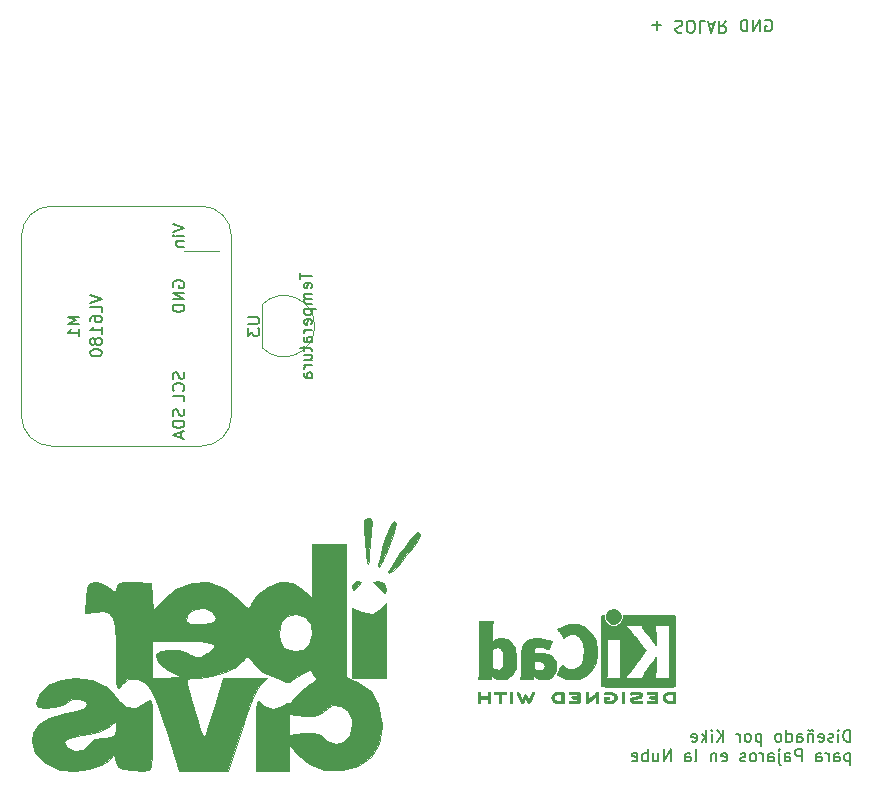
<source format=gbo>
G04 #@! TF.GenerationSoftware,KiCad,Pcbnew,(5.1.6)-1*
G04 #@! TF.CreationDate,2020-10-11T12:38:22+02:00*
G04 #@! TF.ProjectId,AdaptaddorCubeCell,41646170-7461-4646-946f-724375626543,1.0*
G04 #@! TF.SameCoordinates,Original*
G04 #@! TF.FileFunction,Legend,Bot*
G04 #@! TF.FilePolarity,Positive*
%FSLAX46Y46*%
G04 Gerber Fmt 4.6, Leading zero omitted, Abs format (unit mm)*
G04 Created by KiCad (PCBNEW (5.1.6)-1) date 2020-10-11 12:38:22*
%MOMM*%
%LPD*%
G01*
G04 APERTURE LIST*
%ADD10C,0.150000*%
%ADD11C,0.010000*%
%ADD12C,0.120000*%
G04 APERTURE END LIST*
D10*
X120737380Y-89456190D02*
X120737380Y-90027619D01*
X121737380Y-89741904D02*
X120737380Y-89741904D01*
X121689761Y-90741904D02*
X121737380Y-90646666D01*
X121737380Y-90456190D01*
X121689761Y-90360952D01*
X121594523Y-90313333D01*
X121213571Y-90313333D01*
X121118333Y-90360952D01*
X121070714Y-90456190D01*
X121070714Y-90646666D01*
X121118333Y-90741904D01*
X121213571Y-90789523D01*
X121308809Y-90789523D01*
X121404047Y-90313333D01*
X121737380Y-91218095D02*
X121070714Y-91218095D01*
X121165952Y-91218095D02*
X121118333Y-91265714D01*
X121070714Y-91360952D01*
X121070714Y-91503809D01*
X121118333Y-91599047D01*
X121213571Y-91646666D01*
X121737380Y-91646666D01*
X121213571Y-91646666D02*
X121118333Y-91694285D01*
X121070714Y-91789523D01*
X121070714Y-91932380D01*
X121118333Y-92027619D01*
X121213571Y-92075238D01*
X121737380Y-92075238D01*
X121070714Y-92551428D02*
X122070714Y-92551428D01*
X121118333Y-92551428D02*
X121070714Y-92646666D01*
X121070714Y-92837142D01*
X121118333Y-92932380D01*
X121165952Y-92979999D01*
X121261190Y-93027619D01*
X121546904Y-93027619D01*
X121642142Y-92979999D01*
X121689761Y-92932380D01*
X121737380Y-92837142D01*
X121737380Y-92646666D01*
X121689761Y-92551428D01*
X121689761Y-93837142D02*
X121737380Y-93741904D01*
X121737380Y-93551428D01*
X121689761Y-93456190D01*
X121594523Y-93408571D01*
X121213571Y-93408571D01*
X121118333Y-93456190D01*
X121070714Y-93551428D01*
X121070714Y-93741904D01*
X121118333Y-93837142D01*
X121213571Y-93884761D01*
X121308809Y-93884761D01*
X121404047Y-93408571D01*
X121737380Y-94313333D02*
X121070714Y-94313333D01*
X121261190Y-94313333D02*
X121165952Y-94360952D01*
X121118333Y-94408571D01*
X121070714Y-94503809D01*
X121070714Y-94599047D01*
X121737380Y-95360952D02*
X121213571Y-95360952D01*
X121118333Y-95313333D01*
X121070714Y-95218095D01*
X121070714Y-95027619D01*
X121118333Y-94932380D01*
X121689761Y-95360952D02*
X121737380Y-95265714D01*
X121737380Y-95027619D01*
X121689761Y-94932380D01*
X121594523Y-94884761D01*
X121499285Y-94884761D01*
X121404047Y-94932380D01*
X121356428Y-95027619D01*
X121356428Y-95265714D01*
X121308809Y-95360952D01*
X121070714Y-95694285D02*
X121070714Y-96075238D01*
X120737380Y-95837142D02*
X121594523Y-95837142D01*
X121689761Y-95884761D01*
X121737380Y-95979999D01*
X121737380Y-96075238D01*
X121070714Y-96837142D02*
X121737380Y-96837142D01*
X121070714Y-96408571D02*
X121594523Y-96408571D01*
X121689761Y-96456190D01*
X121737380Y-96551428D01*
X121737380Y-96694285D01*
X121689761Y-96789523D01*
X121642142Y-96837142D01*
X121737380Y-97313333D02*
X121070714Y-97313333D01*
X121261190Y-97313333D02*
X121165952Y-97360952D01*
X121118333Y-97408571D01*
X121070714Y-97503809D01*
X121070714Y-97599047D01*
X121737380Y-98360952D02*
X121213571Y-98360952D01*
X121118333Y-98313333D01*
X121070714Y-98218095D01*
X121070714Y-98027619D01*
X121118333Y-97932380D01*
X121689761Y-98360952D02*
X121737380Y-98265714D01*
X121737380Y-98027619D01*
X121689761Y-97932380D01*
X121594523Y-97884761D01*
X121499285Y-97884761D01*
X121404047Y-97932380D01*
X121356428Y-98027619D01*
X121356428Y-98265714D01*
X121308809Y-98360952D01*
X102957380Y-91337142D02*
X103957380Y-91670476D01*
X102957380Y-92003809D01*
X103957380Y-92813333D02*
X103957380Y-92337142D01*
X102957380Y-92337142D01*
X102957380Y-93575238D02*
X102957380Y-93384761D01*
X103005000Y-93289523D01*
X103052619Y-93241904D01*
X103195476Y-93146666D01*
X103385952Y-93099047D01*
X103766904Y-93099047D01*
X103862142Y-93146666D01*
X103909761Y-93194285D01*
X103957380Y-93289523D01*
X103957380Y-93480000D01*
X103909761Y-93575238D01*
X103862142Y-93622857D01*
X103766904Y-93670476D01*
X103528809Y-93670476D01*
X103433571Y-93622857D01*
X103385952Y-93575238D01*
X103338333Y-93480000D01*
X103338333Y-93289523D01*
X103385952Y-93194285D01*
X103433571Y-93146666D01*
X103528809Y-93099047D01*
X103957380Y-94622857D02*
X103957380Y-94051428D01*
X103957380Y-94337142D02*
X102957380Y-94337142D01*
X103100238Y-94241904D01*
X103195476Y-94146666D01*
X103243095Y-94051428D01*
X103385952Y-95194285D02*
X103338333Y-95099047D01*
X103290714Y-95051428D01*
X103195476Y-95003809D01*
X103147857Y-95003809D01*
X103052619Y-95051428D01*
X103005000Y-95099047D01*
X102957380Y-95194285D01*
X102957380Y-95384761D01*
X103005000Y-95480000D01*
X103052619Y-95527619D01*
X103147857Y-95575238D01*
X103195476Y-95575238D01*
X103290714Y-95527619D01*
X103338333Y-95480000D01*
X103385952Y-95384761D01*
X103385952Y-95194285D01*
X103433571Y-95099047D01*
X103481190Y-95051428D01*
X103576428Y-95003809D01*
X103766904Y-95003809D01*
X103862142Y-95051428D01*
X103909761Y-95099047D01*
X103957380Y-95194285D01*
X103957380Y-95384761D01*
X103909761Y-95480000D01*
X103862142Y-95527619D01*
X103766904Y-95575238D01*
X103576428Y-95575238D01*
X103481190Y-95527619D01*
X103433571Y-95480000D01*
X103385952Y-95384761D01*
X102957380Y-96194285D02*
X102957380Y-96289523D01*
X103005000Y-96384761D01*
X103052619Y-96432380D01*
X103147857Y-96480000D01*
X103338333Y-96527619D01*
X103576428Y-96527619D01*
X103766904Y-96480000D01*
X103862142Y-96432380D01*
X103909761Y-96384761D01*
X103957380Y-96289523D01*
X103957380Y-96194285D01*
X103909761Y-96099047D01*
X103862142Y-96051428D01*
X103766904Y-96003809D01*
X103576428Y-95956190D01*
X103338333Y-95956190D01*
X103147857Y-96003809D01*
X103052619Y-96051428D01*
X103005000Y-96099047D01*
X102957380Y-96194285D01*
X167304404Y-129167380D02*
X167304404Y-128167380D01*
X167066309Y-128167380D01*
X166923452Y-128215000D01*
X166828214Y-128310238D01*
X166780595Y-128405476D01*
X166732976Y-128595952D01*
X166732976Y-128738809D01*
X166780595Y-128929285D01*
X166828214Y-129024523D01*
X166923452Y-129119761D01*
X167066309Y-129167380D01*
X167304404Y-129167380D01*
X166304404Y-129167380D02*
X166304404Y-128500714D01*
X166304404Y-128167380D02*
X166352023Y-128215000D01*
X166304404Y-128262619D01*
X166256785Y-128215000D01*
X166304404Y-128167380D01*
X166304404Y-128262619D01*
X165875833Y-129119761D02*
X165780595Y-129167380D01*
X165590119Y-129167380D01*
X165494880Y-129119761D01*
X165447261Y-129024523D01*
X165447261Y-128976904D01*
X165494880Y-128881666D01*
X165590119Y-128834047D01*
X165732976Y-128834047D01*
X165828214Y-128786428D01*
X165875833Y-128691190D01*
X165875833Y-128643571D01*
X165828214Y-128548333D01*
X165732976Y-128500714D01*
X165590119Y-128500714D01*
X165494880Y-128548333D01*
X164637738Y-129119761D02*
X164732976Y-129167380D01*
X164923452Y-129167380D01*
X165018690Y-129119761D01*
X165066309Y-129024523D01*
X165066309Y-128643571D01*
X165018690Y-128548333D01*
X164923452Y-128500714D01*
X164732976Y-128500714D01*
X164637738Y-128548333D01*
X164590119Y-128643571D01*
X164590119Y-128738809D01*
X165066309Y-128834047D01*
X164161547Y-128500714D02*
X164161547Y-129167380D01*
X164161547Y-128595952D02*
X164113928Y-128548333D01*
X164018690Y-128500714D01*
X163875833Y-128500714D01*
X163780595Y-128548333D01*
X163732976Y-128643571D01*
X163732976Y-129167380D01*
X164209166Y-128262619D02*
X164161547Y-128215000D01*
X164066309Y-128167380D01*
X163875833Y-128262619D01*
X163780595Y-128215000D01*
X163732976Y-128167380D01*
X162828214Y-129167380D02*
X162828214Y-128643571D01*
X162875833Y-128548333D01*
X162971071Y-128500714D01*
X163161547Y-128500714D01*
X163256785Y-128548333D01*
X162828214Y-129119761D02*
X162923452Y-129167380D01*
X163161547Y-129167380D01*
X163256785Y-129119761D01*
X163304404Y-129024523D01*
X163304404Y-128929285D01*
X163256785Y-128834047D01*
X163161547Y-128786428D01*
X162923452Y-128786428D01*
X162828214Y-128738809D01*
X161923452Y-129167380D02*
X161923452Y-128167380D01*
X161923452Y-129119761D02*
X162018690Y-129167380D01*
X162209166Y-129167380D01*
X162304404Y-129119761D01*
X162352023Y-129072142D01*
X162399642Y-128976904D01*
X162399642Y-128691190D01*
X162352023Y-128595952D01*
X162304404Y-128548333D01*
X162209166Y-128500714D01*
X162018690Y-128500714D01*
X161923452Y-128548333D01*
X161304404Y-129167380D02*
X161399642Y-129119761D01*
X161447261Y-129072142D01*
X161494880Y-128976904D01*
X161494880Y-128691190D01*
X161447261Y-128595952D01*
X161399642Y-128548333D01*
X161304404Y-128500714D01*
X161161547Y-128500714D01*
X161066309Y-128548333D01*
X161018690Y-128595952D01*
X160971071Y-128691190D01*
X160971071Y-128976904D01*
X161018690Y-129072142D01*
X161066309Y-129119761D01*
X161161547Y-129167380D01*
X161304404Y-129167380D01*
X159780595Y-128500714D02*
X159780595Y-129500714D01*
X159780595Y-128548333D02*
X159685357Y-128500714D01*
X159494880Y-128500714D01*
X159399642Y-128548333D01*
X159352023Y-128595952D01*
X159304404Y-128691190D01*
X159304404Y-128976904D01*
X159352023Y-129072142D01*
X159399642Y-129119761D01*
X159494880Y-129167380D01*
X159685357Y-129167380D01*
X159780595Y-129119761D01*
X158732976Y-129167380D02*
X158828214Y-129119761D01*
X158875833Y-129072142D01*
X158923452Y-128976904D01*
X158923452Y-128691190D01*
X158875833Y-128595952D01*
X158828214Y-128548333D01*
X158732976Y-128500714D01*
X158590119Y-128500714D01*
X158494880Y-128548333D01*
X158447261Y-128595952D01*
X158399642Y-128691190D01*
X158399642Y-128976904D01*
X158447261Y-129072142D01*
X158494880Y-129119761D01*
X158590119Y-129167380D01*
X158732976Y-129167380D01*
X157971071Y-129167380D02*
X157971071Y-128500714D01*
X157971071Y-128691190D02*
X157923452Y-128595952D01*
X157875833Y-128548333D01*
X157780595Y-128500714D01*
X157685357Y-128500714D01*
X156590119Y-129167380D02*
X156590119Y-128167380D01*
X156018690Y-129167380D02*
X156447261Y-128595952D01*
X156018690Y-128167380D02*
X156590119Y-128738809D01*
X155590119Y-129167380D02*
X155590119Y-128500714D01*
X155590119Y-128167380D02*
X155637738Y-128215000D01*
X155590119Y-128262619D01*
X155542500Y-128215000D01*
X155590119Y-128167380D01*
X155590119Y-128262619D01*
X155113928Y-129167380D02*
X155113928Y-128167380D01*
X155018690Y-128786428D02*
X154732976Y-129167380D01*
X154732976Y-128500714D02*
X155113928Y-128881666D01*
X153923452Y-129119761D02*
X154018690Y-129167380D01*
X154209166Y-129167380D01*
X154304404Y-129119761D01*
X154352023Y-129024523D01*
X154352023Y-128643571D01*
X154304404Y-128548333D01*
X154209166Y-128500714D01*
X154018690Y-128500714D01*
X153923452Y-128548333D01*
X153875833Y-128643571D01*
X153875833Y-128738809D01*
X154352023Y-128834047D01*
X167304404Y-130150714D02*
X167304404Y-131150714D01*
X167304404Y-130198333D02*
X167209166Y-130150714D01*
X167018690Y-130150714D01*
X166923452Y-130198333D01*
X166875833Y-130245952D01*
X166828214Y-130341190D01*
X166828214Y-130626904D01*
X166875833Y-130722142D01*
X166923452Y-130769761D01*
X167018690Y-130817380D01*
X167209166Y-130817380D01*
X167304404Y-130769761D01*
X165971071Y-130817380D02*
X165971071Y-130293571D01*
X166018690Y-130198333D01*
X166113928Y-130150714D01*
X166304404Y-130150714D01*
X166399642Y-130198333D01*
X165971071Y-130769761D02*
X166066309Y-130817380D01*
X166304404Y-130817380D01*
X166399642Y-130769761D01*
X166447261Y-130674523D01*
X166447261Y-130579285D01*
X166399642Y-130484047D01*
X166304404Y-130436428D01*
X166066309Y-130436428D01*
X165971071Y-130388809D01*
X165494880Y-130817380D02*
X165494880Y-130150714D01*
X165494880Y-130341190D02*
X165447261Y-130245952D01*
X165399642Y-130198333D01*
X165304404Y-130150714D01*
X165209166Y-130150714D01*
X164447261Y-130817380D02*
X164447261Y-130293571D01*
X164494880Y-130198333D01*
X164590119Y-130150714D01*
X164780595Y-130150714D01*
X164875833Y-130198333D01*
X164447261Y-130769761D02*
X164542500Y-130817380D01*
X164780595Y-130817380D01*
X164875833Y-130769761D01*
X164923452Y-130674523D01*
X164923452Y-130579285D01*
X164875833Y-130484047D01*
X164780595Y-130436428D01*
X164542500Y-130436428D01*
X164447261Y-130388809D01*
X163209166Y-130817380D02*
X163209166Y-129817380D01*
X162828214Y-129817380D01*
X162732976Y-129865000D01*
X162685357Y-129912619D01*
X162637738Y-130007857D01*
X162637738Y-130150714D01*
X162685357Y-130245952D01*
X162732976Y-130293571D01*
X162828214Y-130341190D01*
X163209166Y-130341190D01*
X161780595Y-130817380D02*
X161780595Y-130293571D01*
X161828214Y-130198333D01*
X161923452Y-130150714D01*
X162113928Y-130150714D01*
X162209166Y-130198333D01*
X161780595Y-130769761D02*
X161875833Y-130817380D01*
X162113928Y-130817380D01*
X162209166Y-130769761D01*
X162256785Y-130674523D01*
X162256785Y-130579285D01*
X162209166Y-130484047D01*
X162113928Y-130436428D01*
X161875833Y-130436428D01*
X161780595Y-130388809D01*
X161304404Y-130150714D02*
X161304404Y-131007857D01*
X161352023Y-131103095D01*
X161447261Y-131150714D01*
X161494880Y-131150714D01*
X161304404Y-129817380D02*
X161352023Y-129865000D01*
X161304404Y-129912619D01*
X161256785Y-129865000D01*
X161304404Y-129817380D01*
X161304404Y-129912619D01*
X160399642Y-130817380D02*
X160399642Y-130293571D01*
X160447261Y-130198333D01*
X160542500Y-130150714D01*
X160732976Y-130150714D01*
X160828214Y-130198333D01*
X160399642Y-130769761D02*
X160494880Y-130817380D01*
X160732976Y-130817380D01*
X160828214Y-130769761D01*
X160875833Y-130674523D01*
X160875833Y-130579285D01*
X160828214Y-130484047D01*
X160732976Y-130436428D01*
X160494880Y-130436428D01*
X160399642Y-130388809D01*
X159923452Y-130817380D02*
X159923452Y-130150714D01*
X159923452Y-130341190D02*
X159875833Y-130245952D01*
X159828214Y-130198333D01*
X159732976Y-130150714D01*
X159637738Y-130150714D01*
X159161547Y-130817380D02*
X159256785Y-130769761D01*
X159304404Y-130722142D01*
X159352023Y-130626904D01*
X159352023Y-130341190D01*
X159304404Y-130245952D01*
X159256785Y-130198333D01*
X159161547Y-130150714D01*
X159018690Y-130150714D01*
X158923452Y-130198333D01*
X158875833Y-130245952D01*
X158828214Y-130341190D01*
X158828214Y-130626904D01*
X158875833Y-130722142D01*
X158923452Y-130769761D01*
X159018690Y-130817380D01*
X159161547Y-130817380D01*
X158447261Y-130769761D02*
X158352023Y-130817380D01*
X158161547Y-130817380D01*
X158066309Y-130769761D01*
X158018690Y-130674523D01*
X158018690Y-130626904D01*
X158066309Y-130531666D01*
X158161547Y-130484047D01*
X158304404Y-130484047D01*
X158399642Y-130436428D01*
X158447261Y-130341190D01*
X158447261Y-130293571D01*
X158399642Y-130198333D01*
X158304404Y-130150714D01*
X158161547Y-130150714D01*
X158066309Y-130198333D01*
X156447261Y-130769761D02*
X156542500Y-130817380D01*
X156732976Y-130817380D01*
X156828214Y-130769761D01*
X156875833Y-130674523D01*
X156875833Y-130293571D01*
X156828214Y-130198333D01*
X156732976Y-130150714D01*
X156542500Y-130150714D01*
X156447261Y-130198333D01*
X156399642Y-130293571D01*
X156399642Y-130388809D01*
X156875833Y-130484047D01*
X155971071Y-130150714D02*
X155971071Y-130817380D01*
X155971071Y-130245952D02*
X155923452Y-130198333D01*
X155828214Y-130150714D01*
X155685357Y-130150714D01*
X155590119Y-130198333D01*
X155542500Y-130293571D01*
X155542500Y-130817380D01*
X154161547Y-130817380D02*
X154256785Y-130769761D01*
X154304404Y-130674523D01*
X154304404Y-129817380D01*
X153352023Y-130817380D02*
X153352023Y-130293571D01*
X153399642Y-130198333D01*
X153494880Y-130150714D01*
X153685357Y-130150714D01*
X153780595Y-130198333D01*
X153352023Y-130769761D02*
X153447261Y-130817380D01*
X153685357Y-130817380D01*
X153780595Y-130769761D01*
X153828214Y-130674523D01*
X153828214Y-130579285D01*
X153780595Y-130484047D01*
X153685357Y-130436428D01*
X153447261Y-130436428D01*
X153352023Y-130388809D01*
X152113928Y-130817380D02*
X152113928Y-129817380D01*
X151542500Y-130817380D01*
X151542500Y-129817380D01*
X150637738Y-130150714D02*
X150637738Y-130817380D01*
X151066309Y-130150714D02*
X151066309Y-130674523D01*
X151018690Y-130769761D01*
X150923452Y-130817380D01*
X150780595Y-130817380D01*
X150685357Y-130769761D01*
X150637738Y-130722142D01*
X150161547Y-130817380D02*
X150161547Y-129817380D01*
X150161547Y-130198333D02*
X150066309Y-130150714D01*
X149875833Y-130150714D01*
X149780595Y-130198333D01*
X149732976Y-130245952D01*
X149685357Y-130341190D01*
X149685357Y-130626904D01*
X149732976Y-130722142D01*
X149780595Y-130769761D01*
X149875833Y-130817380D01*
X150066309Y-130817380D01*
X150161547Y-130769761D01*
X148875833Y-130769761D02*
X148971071Y-130817380D01*
X149161547Y-130817380D01*
X149256785Y-130769761D01*
X149304404Y-130674523D01*
X149304404Y-130293571D01*
X149256785Y-130198333D01*
X149161547Y-130150714D01*
X148971071Y-130150714D01*
X148875833Y-130198333D01*
X148828214Y-130293571D01*
X148828214Y-130388809D01*
X149304404Y-130484047D01*
X160146904Y-68080000D02*
X160242142Y-68032380D01*
X160385000Y-68032380D01*
X160527857Y-68080000D01*
X160623095Y-68175238D01*
X160670714Y-68270476D01*
X160718333Y-68460952D01*
X160718333Y-68603809D01*
X160670714Y-68794285D01*
X160623095Y-68889523D01*
X160527857Y-68984761D01*
X160385000Y-69032380D01*
X160289761Y-69032380D01*
X160146904Y-68984761D01*
X160099285Y-68937142D01*
X160099285Y-68603809D01*
X160289761Y-68603809D01*
X159670714Y-69032380D02*
X159670714Y-68032380D01*
X159099285Y-69032380D01*
X159099285Y-68032380D01*
X158623095Y-69032380D02*
X158623095Y-68032380D01*
X158385000Y-68032380D01*
X158242142Y-68080000D01*
X158146904Y-68175238D01*
X158099285Y-68270476D01*
X158051666Y-68460952D01*
X158051666Y-68603809D01*
X158099285Y-68794285D01*
X158146904Y-68889523D01*
X158242142Y-68984761D01*
X158385000Y-69032380D01*
X158623095Y-69032380D01*
X150574761Y-68508571D02*
X151336666Y-68508571D01*
X150955714Y-68127619D02*
X150955714Y-68889523D01*
X152527142Y-68175238D02*
X152670000Y-68127619D01*
X152908095Y-68127619D01*
X153003333Y-68175238D01*
X153050952Y-68222857D01*
X153098571Y-68318095D01*
X153098571Y-68413333D01*
X153050952Y-68508571D01*
X153003333Y-68556190D01*
X152908095Y-68603809D01*
X152717619Y-68651428D01*
X152622380Y-68699047D01*
X152574761Y-68746666D01*
X152527142Y-68841904D01*
X152527142Y-68937142D01*
X152574761Y-69032380D01*
X152622380Y-69080000D01*
X152717619Y-69127619D01*
X152955714Y-69127619D01*
X153098571Y-69080000D01*
X153717619Y-69127619D02*
X153908095Y-69127619D01*
X154003333Y-69080000D01*
X154098571Y-68984761D01*
X154146190Y-68794285D01*
X154146190Y-68460952D01*
X154098571Y-68270476D01*
X154003333Y-68175238D01*
X153908095Y-68127619D01*
X153717619Y-68127619D01*
X153622380Y-68175238D01*
X153527142Y-68270476D01*
X153479523Y-68460952D01*
X153479523Y-68794285D01*
X153527142Y-68984761D01*
X153622380Y-69080000D01*
X153717619Y-69127619D01*
X155050952Y-68127619D02*
X154574761Y-68127619D01*
X154574761Y-69127619D01*
X155336666Y-68413333D02*
X155812857Y-68413333D01*
X155241428Y-68127619D02*
X155574761Y-69127619D01*
X155908095Y-68127619D01*
X156812857Y-68127619D02*
X156479523Y-68603809D01*
X156241428Y-68127619D02*
X156241428Y-69127619D01*
X156622380Y-69127619D01*
X156717619Y-69080000D01*
X156765238Y-69032380D01*
X156812857Y-68937142D01*
X156812857Y-68794285D01*
X156765238Y-68699047D01*
X156717619Y-68651428D01*
X156622380Y-68603809D01*
X156241428Y-68603809D01*
D11*
G36*
X126248556Y-110285172D02*
G01*
X126139202Y-110595084D01*
X126137915Y-111254106D01*
X126203345Y-112112778D01*
X126320628Y-113239615D01*
X126426957Y-113921827D01*
X126512163Y-114127649D01*
X126566077Y-113825315D01*
X126579772Y-113288704D01*
X126631910Y-112313286D01*
X126753496Y-111292498D01*
X126757810Y-111266111D01*
X126828595Y-110559056D01*
X126701584Y-110254856D01*
X126483101Y-110207778D01*
X126248556Y-110285172D01*
G37*
X126248556Y-110285172D02*
X126139202Y-110595084D01*
X126137915Y-111254106D01*
X126203345Y-112112778D01*
X126320628Y-113239615D01*
X126426957Y-113921827D01*
X126512163Y-114127649D01*
X126566077Y-113825315D01*
X126579772Y-113288704D01*
X126631910Y-112313286D01*
X126753496Y-111292498D01*
X126757810Y-111266111D01*
X126828595Y-110559056D01*
X126701584Y-110254856D01*
X126483101Y-110207778D01*
X126248556Y-110285172D01*
G36*
X128402455Y-110813680D02*
G01*
X128035266Y-111718702D01*
X127800904Y-112443287D01*
X127480596Y-113603387D01*
X127371689Y-114246798D01*
X127454828Y-114365832D01*
X127710656Y-113952802D01*
X128119818Y-113000023D01*
X128262540Y-112626613D01*
X128595024Y-111696497D01*
X128819500Y-110988482D01*
X128888349Y-110653028D01*
X128887781Y-110651058D01*
X128687643Y-110456121D01*
X128402455Y-110813680D01*
G37*
X128402455Y-110813680D02*
X128035266Y-111718702D01*
X127800904Y-112443287D01*
X127480596Y-113603387D01*
X127371689Y-114246798D01*
X127454828Y-114365832D01*
X127710656Y-113952802D01*
X128119818Y-113000023D01*
X128262540Y-112626613D01*
X128595024Y-111696497D01*
X128819500Y-110988482D01*
X128888349Y-110653028D01*
X128887781Y-110651058D01*
X128687643Y-110456121D01*
X128402455Y-110813680D01*
G36*
X130529544Y-111518600D02*
G01*
X130161512Y-111912706D01*
X129589789Y-112676193D01*
X129150202Y-113297012D01*
X128505314Y-114264887D01*
X128217994Y-114805383D01*
X128274428Y-114916176D01*
X128660801Y-114594941D01*
X129363298Y-113839355D01*
X129744930Y-113397065D01*
X130373316Y-112602101D01*
X130796096Y-111960071D01*
X130932118Y-111596195D01*
X130924873Y-111576435D01*
X130761469Y-111428351D01*
X130529544Y-111518600D01*
G37*
X130529544Y-111518600D02*
X130161512Y-111912706D01*
X129589789Y-112676193D01*
X129150202Y-113297012D01*
X128505314Y-114264887D01*
X128217994Y-114805383D01*
X128274428Y-114916176D01*
X128660801Y-114594941D01*
X129363298Y-113839355D01*
X129744930Y-113397065D01*
X130373316Y-112602101D01*
X130796096Y-111960071D01*
X130932118Y-111596195D01*
X130924873Y-111576435D01*
X130761469Y-111428351D01*
X130529544Y-111518600D01*
G36*
X125218750Y-115790981D02*
G01*
X125165555Y-115993333D01*
X125203197Y-116354157D01*
X125395387Y-116278989D01*
X125670571Y-115982598D01*
X125883551Y-115656938D01*
X125646583Y-115570458D01*
X125600016Y-115570000D01*
X125218750Y-115790981D01*
G37*
X125218750Y-115790981D02*
X125165555Y-115993333D01*
X125203197Y-116354157D01*
X125395387Y-116278989D01*
X125670571Y-115982598D01*
X125883551Y-115656938D01*
X125646583Y-115570458D01*
X125600016Y-115570000D01*
X125218750Y-115790981D01*
G36*
X126951203Y-115627957D02*
G01*
X127072558Y-115802916D01*
X127103867Y-115823232D01*
X127611413Y-116287464D01*
X127734545Y-116453910D01*
X127920734Y-116615661D01*
X127982807Y-116257274D01*
X127983456Y-116205000D01*
X127836616Y-115701454D01*
X127352777Y-115574322D01*
X126951203Y-115627957D01*
G37*
X126951203Y-115627957D02*
X127072558Y-115802916D01*
X127103867Y-115823232D01*
X127611413Y-116287464D01*
X127734545Y-116453910D01*
X127920734Y-116615661D01*
X127982807Y-116257274D01*
X127983456Y-116205000D01*
X127836616Y-115701454D01*
X127352777Y-115574322D01*
X126951203Y-115627957D01*
G36*
X127409194Y-117981685D02*
G01*
X126891693Y-118325314D01*
X126332874Y-118303722D01*
X125998083Y-118191052D01*
X125165555Y-117876808D01*
X125165555Y-123754444D01*
X127987777Y-123754444D01*
X127987777Y-117458074D01*
X127409194Y-117981685D01*
G37*
X127409194Y-117981685D02*
X126891693Y-118325314D01*
X126332874Y-118303722D01*
X125998083Y-118191052D01*
X125165555Y-117876808D01*
X125165555Y-123754444D01*
X127987777Y-123754444D01*
X127987777Y-117458074D01*
X127409194Y-117981685D01*
G36*
X100503541Y-123926578D02*
G01*
X99440903Y-124390600D01*
X98686400Y-125067945D01*
X98359345Y-125880044D01*
X98354444Y-125993668D01*
X98592801Y-126213409D01*
X99172855Y-126294269D01*
X99892086Y-126247108D01*
X100547972Y-126082784D01*
X100906286Y-125856842D01*
X101392693Y-125566264D01*
X102010026Y-125513416D01*
X102530748Y-125679176D01*
X102728889Y-126010025D01*
X102514062Y-126301894D01*
X101833271Y-126559297D01*
X100906331Y-126757241D01*
X99516082Y-127127416D01*
X98619460Y-127676723D01*
X98161405Y-128451857D01*
X98072222Y-129160761D01*
X98333504Y-130096553D01*
X99033885Y-130894382D01*
X100048162Y-131429120D01*
X100441462Y-131528614D01*
X101674418Y-131620869D01*
X102898622Y-131481980D01*
X103920379Y-131148501D01*
X104457846Y-130770636D01*
X104981808Y-130191664D01*
X105136706Y-130853610D01*
X105328084Y-131279729D01*
X105751949Y-131499471D01*
X106560754Y-131599122D01*
X107369127Y-131608451D01*
X107924374Y-131534319D01*
X108031063Y-131481529D01*
X108114260Y-131131707D01*
X108180693Y-130344958D01*
X108222251Y-129248736D01*
X108232222Y-128320333D01*
X108231437Y-128108405D01*
X105127777Y-128108405D01*
X105056422Y-128600486D01*
X104730571Y-128800713D01*
X104149929Y-128834444D01*
X103311240Y-128976661D01*
X102870000Y-129398889D01*
X102353858Y-129849103D01*
X101643864Y-129937592D01*
X100994507Y-129645537D01*
X100898326Y-129544677D01*
X100737474Y-129210452D01*
X101011687Y-128962393D01*
X101305475Y-128839122D01*
X102186077Y-128616189D01*
X102850312Y-128552222D01*
X103637461Y-128376334D01*
X104384162Y-127967294D01*
X105127777Y-127382366D01*
X105127777Y-128108405D01*
X108231437Y-128108405D01*
X108227364Y-127009344D01*
X108201232Y-126179042D01*
X108136489Y-125745681D01*
X108015797Y-125625518D01*
X107821819Y-125734808D01*
X107716111Y-125827370D01*
X106879181Y-126271282D01*
X106036923Y-126192194D01*
X105330266Y-125611339D01*
X105226689Y-125452338D01*
X104367754Y-124529217D01*
X103137692Y-123944144D01*
X101754999Y-123754444D01*
X100503541Y-123926578D01*
G37*
X100503541Y-123926578D02*
X99440903Y-124390600D01*
X98686400Y-125067945D01*
X98359345Y-125880044D01*
X98354444Y-125993668D01*
X98592801Y-126213409D01*
X99172855Y-126294269D01*
X99892086Y-126247108D01*
X100547972Y-126082784D01*
X100906286Y-125856842D01*
X101392693Y-125566264D01*
X102010026Y-125513416D01*
X102530748Y-125679176D01*
X102728889Y-126010025D01*
X102514062Y-126301894D01*
X101833271Y-126559297D01*
X100906331Y-126757241D01*
X99516082Y-127127416D01*
X98619460Y-127676723D01*
X98161405Y-128451857D01*
X98072222Y-129160761D01*
X98333504Y-130096553D01*
X99033885Y-130894382D01*
X100048162Y-131429120D01*
X100441462Y-131528614D01*
X101674418Y-131620869D01*
X102898622Y-131481980D01*
X103920379Y-131148501D01*
X104457846Y-130770636D01*
X104981808Y-130191664D01*
X105136706Y-130853610D01*
X105328084Y-131279729D01*
X105751949Y-131499471D01*
X106560754Y-131599122D01*
X107369127Y-131608451D01*
X107924374Y-131534319D01*
X108031063Y-131481529D01*
X108114260Y-131131707D01*
X108180693Y-130344958D01*
X108222251Y-129248736D01*
X108232222Y-128320333D01*
X108231437Y-128108405D01*
X105127777Y-128108405D01*
X105056422Y-128600486D01*
X104730571Y-128800713D01*
X104149929Y-128834444D01*
X103311240Y-128976661D01*
X102870000Y-129398889D01*
X102353858Y-129849103D01*
X101643864Y-129937592D01*
X100994507Y-129645537D01*
X100898326Y-129544677D01*
X100737474Y-129210452D01*
X101011687Y-128962393D01*
X101305475Y-128839122D01*
X102186077Y-128616189D01*
X102850312Y-128552222D01*
X103637461Y-128376334D01*
X104384162Y-127967294D01*
X105127777Y-127382366D01*
X105127777Y-128108405D01*
X108231437Y-128108405D01*
X108227364Y-127009344D01*
X108201232Y-126179042D01*
X108136489Y-125745681D01*
X108015797Y-125625518D01*
X107821819Y-125734808D01*
X107716111Y-125827370D01*
X106879181Y-126271282D01*
X106036923Y-126192194D01*
X105330266Y-125611339D01*
X105226689Y-125452338D01*
X104367754Y-124529217D01*
X103137692Y-123944144D01*
X101754999Y-123754444D01*
X100503541Y-123926578D01*
G36*
X121778889Y-117031287D02*
G01*
X120877280Y-116272633D01*
X120141622Y-115766500D01*
X119456214Y-115626358D01*
X119002366Y-115671924D01*
X117988171Y-116041040D01*
X117106657Y-116712315D01*
X116565981Y-117523907D01*
X116546370Y-117581497D01*
X116399416Y-117838531D01*
X116147109Y-117758187D01*
X115682417Y-117291667D01*
X115527567Y-117117012D01*
X114336681Y-116140388D01*
X112987456Y-115667285D01*
X111581734Y-115700320D01*
X110221360Y-116242111D01*
X109318424Y-116957393D01*
X108260071Y-118015746D01*
X108175591Y-116863428D01*
X108091111Y-115711111D01*
X106728414Y-115624188D01*
X105883674Y-115605462D01*
X105440056Y-115721707D01*
X105240882Y-116021534D01*
X105220655Y-116091984D01*
X105092062Y-116467063D01*
X104891396Y-116441909D01*
X104519886Y-116090997D01*
X103892188Y-115703883D01*
X103346534Y-115623201D01*
X102952734Y-115770948D01*
X102745489Y-116170670D01*
X102646667Y-116976189D01*
X102644785Y-117004776D01*
X102560681Y-118298441D01*
X103423481Y-118171809D01*
X104100133Y-118128712D01*
X104572050Y-118283318D01*
X104874934Y-118713226D01*
X105044486Y-119496034D01*
X105116405Y-120709342D01*
X105127777Y-121876242D01*
X105133119Y-123226740D01*
X105157989Y-124088497D01*
X105215657Y-124537178D01*
X105319390Y-124648452D01*
X105482458Y-124497986D01*
X105567114Y-124381685D01*
X106216339Y-123855981D01*
X106989247Y-123832839D01*
X107758423Y-124309305D01*
X107875683Y-124435208D01*
X108191790Y-124969157D01*
X108607250Y-125910138D01*
X109066640Y-127122374D01*
X109488510Y-128386320D01*
X110509420Y-131656667D01*
X114670971Y-131656667D01*
X115710451Y-128340556D01*
X116163424Y-126994650D01*
X116622997Y-125798311D01*
X117034736Y-124883686D01*
X117338050Y-124389444D01*
X117926168Y-123754444D01*
X114182790Y-123754444D01*
X113589745Y-125800556D01*
X113269774Y-126898707D01*
X112985724Y-127863449D01*
X112795737Y-128497394D01*
X112787262Y-128524932D01*
X112662677Y-128769530D01*
X112513987Y-128663463D01*
X112309026Y-128144408D01*
X112015630Y-127150036D01*
X111944277Y-126891445D01*
X111634516Y-125779837D01*
X111366037Y-124849897D01*
X111184431Y-124258475D01*
X111152394Y-124167068D01*
X111175256Y-123897221D01*
X111585967Y-123774870D01*
X112147427Y-123754444D01*
X113275888Y-123629119D01*
X114393505Y-123300587D01*
X115317540Y-122840009D01*
X115865256Y-122318549D01*
X115873608Y-122303373D01*
X116087369Y-121994421D01*
X116326424Y-122028176D01*
X116734393Y-122449837D01*
X116878240Y-122619533D01*
X117414635Y-123166355D01*
X117849988Y-123458763D01*
X117923421Y-123473961D01*
X118393897Y-123597516D01*
X119011927Y-123872623D01*
X119567596Y-124096296D01*
X119856267Y-124087008D01*
X119858594Y-124082551D01*
X120143331Y-123839828D01*
X120733722Y-123483224D01*
X120861666Y-123414793D01*
X121470460Y-123130680D01*
X121732032Y-123137401D01*
X121778889Y-123344237D01*
X121973652Y-123711299D01*
X122131666Y-123755499D01*
X122154134Y-123878531D01*
X121776156Y-124183725D01*
X121600161Y-124295764D01*
X120858661Y-124852844D01*
X120277741Y-125461031D01*
X120259606Y-125486394D01*
X119937304Y-125881917D01*
X119803333Y-125917904D01*
X119611318Y-125891166D01*
X119206489Y-126116040D01*
X118416292Y-126389832D01*
X117666118Y-126109748D01*
X117333889Y-125777733D01*
X117178821Y-125678865D01*
X117075190Y-125885323D01*
X117013898Y-126467278D01*
X116985844Y-127494901D01*
X116981111Y-128498281D01*
X116981111Y-131656667D01*
X119803333Y-131656667D01*
X119803333Y-129322769D01*
X120415163Y-130100584D01*
X121472968Y-131015187D01*
X122808620Y-131525063D01*
X124276400Y-131598568D01*
X125653886Y-131238248D01*
X126741041Y-130485346D01*
X127407846Y-129362281D01*
X127646765Y-127883833D01*
X127642054Y-127705556D01*
X125165555Y-127705556D01*
X124965288Y-128608218D01*
X124454085Y-129181484D01*
X123766344Y-129361294D01*
X123036463Y-129083589D01*
X122775840Y-128844581D01*
X122328815Y-128495227D01*
X121729686Y-128396843D01*
X121038766Y-128459609D01*
X119803333Y-128628944D01*
X119803333Y-126782167D01*
X121038766Y-126951502D01*
X121900240Y-127010865D01*
X122442413Y-126856312D01*
X122775840Y-126566530D01*
X123486474Y-126098036D01*
X124206076Y-126111417D01*
X124800247Y-126542613D01*
X125134589Y-127327566D01*
X125165555Y-127705556D01*
X127642054Y-127705556D01*
X127632833Y-127356643D01*
X127371333Y-125931595D01*
X126758071Y-124898521D01*
X125732065Y-124165613D01*
X125419900Y-124025120D01*
X124601111Y-123685966D01*
X124601111Y-120049109D01*
X121786908Y-120049109D01*
X121486737Y-120950776D01*
X120988646Y-121361678D01*
X120249130Y-121496308D01*
X119532177Y-121329702D01*
X119295333Y-121158000D01*
X119197475Y-120952672D01*
X113521743Y-120952672D01*
X113430160Y-121237550D01*
X112916489Y-121645341D01*
X112862317Y-121681140D01*
X112327571Y-121980050D01*
X111892655Y-121985971D01*
X111272336Y-121698834D01*
X111238713Y-121680756D01*
X110479388Y-121423268D01*
X109659012Y-121361234D01*
X108956981Y-121479456D01*
X108552691Y-121762737D01*
X108514444Y-121911537D01*
X108754347Y-122422969D01*
X109368025Y-122977657D01*
X110196431Y-123432581D01*
X110213581Y-123439474D01*
X110564447Y-123605696D01*
X110498145Y-123692979D01*
X109953741Y-123729572D01*
X109572777Y-123736555D01*
X108232222Y-123754444D01*
X108232222Y-120650000D01*
X110913333Y-120650000D01*
X112298392Y-120677447D01*
X113156174Y-120772154D01*
X113521743Y-120952672D01*
X119197475Y-120952672D01*
X119052428Y-120648332D01*
X118956666Y-119944444D01*
X119130975Y-119015878D01*
X119468296Y-118699762D01*
X113607140Y-118699762D01*
X113427315Y-119055390D01*
X112723563Y-119224969D01*
X112324444Y-119238889D01*
X111428455Y-119163575D01*
X111064481Y-118935266D01*
X111054444Y-118872000D01*
X111291273Y-118283845D01*
X111865934Y-117920047D01*
X112574687Y-117845905D01*
X113213793Y-118126722D01*
X113255777Y-118166444D01*
X113607140Y-118699762D01*
X119468296Y-118699762D01*
X119670400Y-118510363D01*
X120367777Y-118392222D01*
X121201610Y-118614032D01*
X121691146Y-119204039D01*
X121786908Y-120049109D01*
X124601111Y-120049109D01*
X124601111Y-112465556D01*
X121778889Y-112465556D01*
X121778889Y-117031287D01*
G37*
X121778889Y-117031287D02*
X120877280Y-116272633D01*
X120141622Y-115766500D01*
X119456214Y-115626358D01*
X119002366Y-115671924D01*
X117988171Y-116041040D01*
X117106657Y-116712315D01*
X116565981Y-117523907D01*
X116546370Y-117581497D01*
X116399416Y-117838531D01*
X116147109Y-117758187D01*
X115682417Y-117291667D01*
X115527567Y-117117012D01*
X114336681Y-116140388D01*
X112987456Y-115667285D01*
X111581734Y-115700320D01*
X110221360Y-116242111D01*
X109318424Y-116957393D01*
X108260071Y-118015746D01*
X108175591Y-116863428D01*
X108091111Y-115711111D01*
X106728414Y-115624188D01*
X105883674Y-115605462D01*
X105440056Y-115721707D01*
X105240882Y-116021534D01*
X105220655Y-116091984D01*
X105092062Y-116467063D01*
X104891396Y-116441909D01*
X104519886Y-116090997D01*
X103892188Y-115703883D01*
X103346534Y-115623201D01*
X102952734Y-115770948D01*
X102745489Y-116170670D01*
X102646667Y-116976189D01*
X102644785Y-117004776D01*
X102560681Y-118298441D01*
X103423481Y-118171809D01*
X104100133Y-118128712D01*
X104572050Y-118283318D01*
X104874934Y-118713226D01*
X105044486Y-119496034D01*
X105116405Y-120709342D01*
X105127777Y-121876242D01*
X105133119Y-123226740D01*
X105157989Y-124088497D01*
X105215657Y-124537178D01*
X105319390Y-124648452D01*
X105482458Y-124497986D01*
X105567114Y-124381685D01*
X106216339Y-123855981D01*
X106989247Y-123832839D01*
X107758423Y-124309305D01*
X107875683Y-124435208D01*
X108191790Y-124969157D01*
X108607250Y-125910138D01*
X109066640Y-127122374D01*
X109488510Y-128386320D01*
X110509420Y-131656667D01*
X114670971Y-131656667D01*
X115710451Y-128340556D01*
X116163424Y-126994650D01*
X116622997Y-125798311D01*
X117034736Y-124883686D01*
X117338050Y-124389444D01*
X117926168Y-123754444D01*
X114182790Y-123754444D01*
X113589745Y-125800556D01*
X113269774Y-126898707D01*
X112985724Y-127863449D01*
X112795737Y-128497394D01*
X112787262Y-128524932D01*
X112662677Y-128769530D01*
X112513987Y-128663463D01*
X112309026Y-128144408D01*
X112015630Y-127150036D01*
X111944277Y-126891445D01*
X111634516Y-125779837D01*
X111366037Y-124849897D01*
X111184431Y-124258475D01*
X111152394Y-124167068D01*
X111175256Y-123897221D01*
X111585967Y-123774870D01*
X112147427Y-123754444D01*
X113275888Y-123629119D01*
X114393505Y-123300587D01*
X115317540Y-122840009D01*
X115865256Y-122318549D01*
X115873608Y-122303373D01*
X116087369Y-121994421D01*
X116326424Y-122028176D01*
X116734393Y-122449837D01*
X116878240Y-122619533D01*
X117414635Y-123166355D01*
X117849988Y-123458763D01*
X117923421Y-123473961D01*
X118393897Y-123597516D01*
X119011927Y-123872623D01*
X119567596Y-124096296D01*
X119856267Y-124087008D01*
X119858594Y-124082551D01*
X120143331Y-123839828D01*
X120733722Y-123483224D01*
X120861666Y-123414793D01*
X121470460Y-123130680D01*
X121732032Y-123137401D01*
X121778889Y-123344237D01*
X121973652Y-123711299D01*
X122131666Y-123755499D01*
X122154134Y-123878531D01*
X121776156Y-124183725D01*
X121600161Y-124295764D01*
X120858661Y-124852844D01*
X120277741Y-125461031D01*
X120259606Y-125486394D01*
X119937304Y-125881917D01*
X119803333Y-125917904D01*
X119611318Y-125891166D01*
X119206489Y-126116040D01*
X118416292Y-126389832D01*
X117666118Y-126109748D01*
X117333889Y-125777733D01*
X117178821Y-125678865D01*
X117075190Y-125885323D01*
X117013898Y-126467278D01*
X116985844Y-127494901D01*
X116981111Y-128498281D01*
X116981111Y-131656667D01*
X119803333Y-131656667D01*
X119803333Y-129322769D01*
X120415163Y-130100584D01*
X121472968Y-131015187D01*
X122808620Y-131525063D01*
X124276400Y-131598568D01*
X125653886Y-131238248D01*
X126741041Y-130485346D01*
X127407846Y-129362281D01*
X127646765Y-127883833D01*
X127642054Y-127705556D01*
X125165555Y-127705556D01*
X124965288Y-128608218D01*
X124454085Y-129181484D01*
X123766344Y-129361294D01*
X123036463Y-129083589D01*
X122775840Y-128844581D01*
X122328815Y-128495227D01*
X121729686Y-128396843D01*
X121038766Y-128459609D01*
X119803333Y-128628944D01*
X119803333Y-126782167D01*
X121038766Y-126951502D01*
X121900240Y-127010865D01*
X122442413Y-126856312D01*
X122775840Y-126566530D01*
X123486474Y-126098036D01*
X124206076Y-126111417D01*
X124800247Y-126542613D01*
X125134589Y-127327566D01*
X125165555Y-127705556D01*
X127642054Y-127705556D01*
X127632833Y-127356643D01*
X127371333Y-125931595D01*
X126758071Y-124898521D01*
X125732065Y-124165613D01*
X125419900Y-124025120D01*
X124601111Y-123685966D01*
X124601111Y-120049109D01*
X121786908Y-120049109D01*
X121486737Y-120950776D01*
X120988646Y-121361678D01*
X120249130Y-121496308D01*
X119532177Y-121329702D01*
X119295333Y-121158000D01*
X119197475Y-120952672D01*
X113521743Y-120952672D01*
X113430160Y-121237550D01*
X112916489Y-121645341D01*
X112862317Y-121681140D01*
X112327571Y-121980050D01*
X111892655Y-121985971D01*
X111272336Y-121698834D01*
X111238713Y-121680756D01*
X110479388Y-121423268D01*
X109659012Y-121361234D01*
X108956981Y-121479456D01*
X108552691Y-121762737D01*
X108514444Y-121911537D01*
X108754347Y-122422969D01*
X109368025Y-122977657D01*
X110196431Y-123432581D01*
X110213581Y-123439474D01*
X110564447Y-123605696D01*
X110498145Y-123692979D01*
X109953741Y-123729572D01*
X109572777Y-123736555D01*
X108232222Y-123754444D01*
X108232222Y-120650000D01*
X110913333Y-120650000D01*
X112298392Y-120677447D01*
X113156174Y-120772154D01*
X113521743Y-120952672D01*
X119197475Y-120952672D01*
X119052428Y-120648332D01*
X118956666Y-119944444D01*
X119130975Y-119015878D01*
X119468296Y-118699762D01*
X113607140Y-118699762D01*
X113427315Y-119055390D01*
X112723563Y-119224969D01*
X112324444Y-119238889D01*
X111428455Y-119163575D01*
X111064481Y-118935266D01*
X111054444Y-118872000D01*
X111291273Y-118283845D01*
X111865934Y-117920047D01*
X112574687Y-117845905D01*
X113213793Y-118126722D01*
X113255777Y-118166444D01*
X113607140Y-118699762D01*
X119468296Y-118699762D01*
X119670400Y-118510363D01*
X120367777Y-118392222D01*
X121201610Y-118614032D01*
X121691146Y-119204039D01*
X121786908Y-120049109D01*
X124601111Y-120049109D01*
X124601111Y-112465556D01*
X121778889Y-112465556D01*
X121778889Y-117031287D01*
G36*
X147171240Y-117961293D02*
G01*
X147043063Y-117993562D01*
X146927789Y-118050587D01*
X146828189Y-118130172D01*
X146747035Y-118230125D01*
X146687098Y-118348251D01*
X146652134Y-118476475D01*
X146644344Y-118605969D01*
X146664120Y-118730929D01*
X146708988Y-118847899D01*
X146776472Y-118953422D01*
X146864098Y-119044042D01*
X146969393Y-119116303D01*
X147089882Y-119166748D01*
X147158135Y-119183288D01*
X147217378Y-119193302D01*
X147263046Y-119197259D01*
X147306928Y-119194830D01*
X147360814Y-119185684D01*
X147404877Y-119176398D01*
X147529248Y-119134447D01*
X147640647Y-119066383D01*
X147736565Y-118974269D01*
X147814496Y-118860170D01*
X147833067Y-118823905D01*
X147854951Y-118775487D01*
X147868675Y-118734828D01*
X147876085Y-118692049D01*
X147879027Y-118637272D01*
X147879397Y-118575917D01*
X147873957Y-118463606D01*
X147856096Y-118371371D01*
X147822559Y-118290658D01*
X147770090Y-118212914D01*
X147718769Y-118153982D01*
X147623054Y-118066355D01*
X147523078Y-118005868D01*
X147412907Y-117969653D01*
X147309549Y-117955973D01*
X147171240Y-117961293D01*
G37*
X147171240Y-117961293D02*
X147043063Y-117993562D01*
X146927789Y-118050587D01*
X146828189Y-118130172D01*
X146747035Y-118230125D01*
X146687098Y-118348251D01*
X146652134Y-118476475D01*
X146644344Y-118605969D01*
X146664120Y-118730929D01*
X146708988Y-118847899D01*
X146776472Y-118953422D01*
X146864098Y-119044042D01*
X146969393Y-119116303D01*
X147089882Y-119166748D01*
X147158135Y-119183288D01*
X147217378Y-119193302D01*
X147263046Y-119197259D01*
X147306928Y-119194830D01*
X147360814Y-119185684D01*
X147404877Y-119176398D01*
X147529248Y-119134447D01*
X147640647Y-119066383D01*
X147736565Y-118974269D01*
X147814496Y-118860170D01*
X147833067Y-118823905D01*
X147854951Y-118775487D01*
X147868675Y-118734828D01*
X147876085Y-118692049D01*
X147879027Y-118637272D01*
X147879397Y-118575917D01*
X147873957Y-118463606D01*
X147856096Y-118371371D01*
X147822559Y-118290658D01*
X147770090Y-118212914D01*
X147718769Y-118153982D01*
X147623054Y-118066355D01*
X147523078Y-118005868D01*
X147412907Y-117969653D01*
X147309549Y-117955973D01*
X147171240Y-117961293D01*
G36*
X135908526Y-121217367D02*
G01*
X135908500Y-121529461D01*
X135908465Y-121812962D01*
X135908369Y-122069336D01*
X135908159Y-122300048D01*
X135907784Y-122506565D01*
X135907191Y-122690351D01*
X135906330Y-122852874D01*
X135905147Y-122995598D01*
X135903592Y-123119990D01*
X135901611Y-123227515D01*
X135899154Y-123319640D01*
X135896167Y-123397830D01*
X135892600Y-123463551D01*
X135888401Y-123518269D01*
X135883516Y-123563449D01*
X135877896Y-123600558D01*
X135871487Y-123631062D01*
X135864237Y-123656426D01*
X135856095Y-123678115D01*
X135847010Y-123697597D01*
X135836927Y-123716337D01*
X135825797Y-123735800D01*
X135818883Y-123747924D01*
X135773264Y-123828757D01*
X136915769Y-123828757D01*
X136915769Y-123701006D01*
X136916743Y-123643273D01*
X136919342Y-123599119D01*
X136923082Y-123575446D01*
X136924735Y-123573254D01*
X136939942Y-123582419D01*
X136970183Y-123606175D01*
X137000405Y-123631969D01*
X137073076Y-123686201D01*
X137165577Y-123740792D01*
X137268161Y-123790725D01*
X137371081Y-123830987D01*
X137412157Y-123843833D01*
X137503351Y-123863225D01*
X137613657Y-123876487D01*
X137732671Y-123883202D01*
X137849995Y-123882953D01*
X137955227Y-123875324D01*
X138005414Y-123867592D01*
X138189270Y-123816918D01*
X138358755Y-123740067D01*
X138512954Y-123637737D01*
X138650956Y-123510628D01*
X138771849Y-123359440D01*
X138860786Y-123211927D01*
X138933835Y-123056483D01*
X138989752Y-122897586D01*
X139029689Y-122729843D01*
X139054793Y-122547861D01*
X139066214Y-122346245D01*
X139067181Y-122243136D01*
X139064393Y-122167545D01*
X137960540Y-122167545D01*
X137960263Y-122291452D01*
X137956385Y-122408199D01*
X137948846Y-122510820D01*
X137937589Y-122592349D01*
X137934149Y-122608779D01*
X137891811Y-122751612D01*
X137836348Y-122867473D01*
X137767297Y-122956654D01*
X137684196Y-123019444D01*
X137586582Y-123056137D01*
X137473990Y-123067021D01*
X137345959Y-123052390D01*
X137261449Y-123031458D01*
X137196022Y-123007241D01*
X137123957Y-122972828D01*
X137069822Y-122941272D01*
X136975887Y-122879540D01*
X136975887Y-121348220D01*
X137065631Y-121290216D01*
X137170177Y-121235733D01*
X137282258Y-121200251D01*
X137395589Y-121184376D01*
X137503883Y-121188712D01*
X137600855Y-121213865D01*
X137643397Y-121234593D01*
X137720515Y-121291838D01*
X137785695Y-121367422D01*
X137840487Y-121464108D01*
X137886439Y-121584658D01*
X137925103Y-121731833D01*
X137926809Y-121739645D01*
X137940350Y-121822527D01*
X137950524Y-121926116D01*
X137957274Y-122043444D01*
X137960540Y-122167545D01*
X139064393Y-122167545D01*
X139056728Y-121959801D01*
X139027512Y-121699073D01*
X138979604Y-121461123D01*
X138913072Y-121246124D01*
X138827985Y-121054250D01*
X138724413Y-120885674D01*
X138602425Y-120740568D01*
X138462089Y-120619105D01*
X138401959Y-120577898D01*
X138267559Y-120503145D01*
X138130043Y-120450409D01*
X137983476Y-120418243D01*
X137821927Y-120405203D01*
X137698769Y-120406595D01*
X137526152Y-120421195D01*
X137376249Y-120450239D01*
X137244722Y-120495063D01*
X137127235Y-120557000D01*
X137062177Y-120602549D01*
X137023080Y-120631725D01*
X136994202Y-120651656D01*
X136983272Y-120657515D01*
X136981122Y-120643097D01*
X136979404Y-120602287D01*
X136978100Y-120538747D01*
X136977195Y-120456140D01*
X136976672Y-120358130D01*
X136976513Y-120248379D01*
X136976702Y-120130551D01*
X136977222Y-120008307D01*
X136978056Y-119885313D01*
X136979188Y-119765230D01*
X136980601Y-119651721D01*
X136982277Y-119548450D01*
X136984200Y-119459080D01*
X136986354Y-119387273D01*
X136988720Y-119336693D01*
X136989375Y-119327396D01*
X136999463Y-119233647D01*
X137014855Y-119160224D01*
X137038472Y-119097489D01*
X137073233Y-119035802D01*
X137081577Y-119023047D01*
X137114105Y-118974201D01*
X135908787Y-118974201D01*
X135908526Y-121217367D01*
G37*
X135908526Y-121217367D02*
X135908500Y-121529461D01*
X135908465Y-121812962D01*
X135908369Y-122069336D01*
X135908159Y-122300048D01*
X135907784Y-122506565D01*
X135907191Y-122690351D01*
X135906330Y-122852874D01*
X135905147Y-122995598D01*
X135903592Y-123119990D01*
X135901611Y-123227515D01*
X135899154Y-123319640D01*
X135896167Y-123397830D01*
X135892600Y-123463551D01*
X135888401Y-123518269D01*
X135883516Y-123563449D01*
X135877896Y-123600558D01*
X135871487Y-123631062D01*
X135864237Y-123656426D01*
X135856095Y-123678115D01*
X135847010Y-123697597D01*
X135836927Y-123716337D01*
X135825797Y-123735800D01*
X135818883Y-123747924D01*
X135773264Y-123828757D01*
X136915769Y-123828757D01*
X136915769Y-123701006D01*
X136916743Y-123643273D01*
X136919342Y-123599119D01*
X136923082Y-123575446D01*
X136924735Y-123573254D01*
X136939942Y-123582419D01*
X136970183Y-123606175D01*
X137000405Y-123631969D01*
X137073076Y-123686201D01*
X137165577Y-123740792D01*
X137268161Y-123790725D01*
X137371081Y-123830987D01*
X137412157Y-123843833D01*
X137503351Y-123863225D01*
X137613657Y-123876487D01*
X137732671Y-123883202D01*
X137849995Y-123882953D01*
X137955227Y-123875324D01*
X138005414Y-123867592D01*
X138189270Y-123816918D01*
X138358755Y-123740067D01*
X138512954Y-123637737D01*
X138650956Y-123510628D01*
X138771849Y-123359440D01*
X138860786Y-123211927D01*
X138933835Y-123056483D01*
X138989752Y-122897586D01*
X139029689Y-122729843D01*
X139054793Y-122547861D01*
X139066214Y-122346245D01*
X139067181Y-122243136D01*
X139064393Y-122167545D01*
X137960540Y-122167545D01*
X137960263Y-122291452D01*
X137956385Y-122408199D01*
X137948846Y-122510820D01*
X137937589Y-122592349D01*
X137934149Y-122608779D01*
X137891811Y-122751612D01*
X137836348Y-122867473D01*
X137767297Y-122956654D01*
X137684196Y-123019444D01*
X137586582Y-123056137D01*
X137473990Y-123067021D01*
X137345959Y-123052390D01*
X137261449Y-123031458D01*
X137196022Y-123007241D01*
X137123957Y-122972828D01*
X137069822Y-122941272D01*
X136975887Y-122879540D01*
X136975887Y-121348220D01*
X137065631Y-121290216D01*
X137170177Y-121235733D01*
X137282258Y-121200251D01*
X137395589Y-121184376D01*
X137503883Y-121188712D01*
X137600855Y-121213865D01*
X137643397Y-121234593D01*
X137720515Y-121291838D01*
X137785695Y-121367422D01*
X137840487Y-121464108D01*
X137886439Y-121584658D01*
X137925103Y-121731833D01*
X137926809Y-121739645D01*
X137940350Y-121822527D01*
X137950524Y-121926116D01*
X137957274Y-122043444D01*
X137960540Y-122167545D01*
X139064393Y-122167545D01*
X139056728Y-121959801D01*
X139027512Y-121699073D01*
X138979604Y-121461123D01*
X138913072Y-121246124D01*
X138827985Y-121054250D01*
X138724413Y-120885674D01*
X138602425Y-120740568D01*
X138462089Y-120619105D01*
X138401959Y-120577898D01*
X138267559Y-120503145D01*
X138130043Y-120450409D01*
X137983476Y-120418243D01*
X137821927Y-120405203D01*
X137698769Y-120406595D01*
X137526152Y-120421195D01*
X137376249Y-120450239D01*
X137244722Y-120495063D01*
X137127235Y-120557000D01*
X137062177Y-120602549D01*
X137023080Y-120631725D01*
X136994202Y-120651656D01*
X136983272Y-120657515D01*
X136981122Y-120643097D01*
X136979404Y-120602287D01*
X136978100Y-120538747D01*
X136977195Y-120456140D01*
X136976672Y-120358130D01*
X136976513Y-120248379D01*
X136976702Y-120130551D01*
X136977222Y-120008307D01*
X136978056Y-119885313D01*
X136979188Y-119765230D01*
X136980601Y-119651721D01*
X136982277Y-119548450D01*
X136984200Y-119459080D01*
X136986354Y-119387273D01*
X136988720Y-119336693D01*
X136989375Y-119327396D01*
X136999463Y-119233647D01*
X137014855Y-119160224D01*
X137038472Y-119097489D01*
X137073233Y-119035802D01*
X137081577Y-119023047D01*
X137114105Y-118974201D01*
X135908787Y-118974201D01*
X135908526Y-121217367D01*
G36*
X140585508Y-120410971D02*
G01*
X140383250Y-120437618D01*
X140203164Y-120482398D01*
X140044089Y-120545669D01*
X139904862Y-120627787D01*
X139801535Y-120712409D01*
X139709884Y-120811108D01*
X139638334Y-120917313D01*
X139581214Y-121040092D01*
X139560612Y-121097433D01*
X139543492Y-121149331D01*
X139528578Y-121197455D01*
X139515698Y-121244246D01*
X139504680Y-121292144D01*
X139495350Y-121343587D01*
X139487537Y-121401016D01*
X139481068Y-121466870D01*
X139475770Y-121543589D01*
X139471470Y-121633612D01*
X139467997Y-121739380D01*
X139465177Y-121863331D01*
X139462838Y-122007906D01*
X139460807Y-122175544D01*
X139458912Y-122368685D01*
X139457245Y-122558757D01*
X139455479Y-122766703D01*
X139453874Y-122946797D01*
X139452263Y-123101244D01*
X139450480Y-123232249D01*
X139448357Y-123342017D01*
X139445728Y-123432753D01*
X139442424Y-123506662D01*
X139438281Y-123565950D01*
X139433130Y-123612822D01*
X139426804Y-123649483D01*
X139419137Y-123678137D01*
X139409962Y-123700990D01*
X139399112Y-123720248D01*
X139386419Y-123738115D01*
X139371717Y-123756796D01*
X139365991Y-123764029D01*
X139344930Y-123794436D01*
X139335562Y-123815142D01*
X139335532Y-123815754D01*
X139350014Y-123818682D01*
X139391267Y-123821378D01*
X139456003Y-123823769D01*
X139540936Y-123825778D01*
X139642777Y-123827329D01*
X139758240Y-123828346D01*
X139884036Y-123828753D01*
X139898557Y-123828757D01*
X140461581Y-123828757D01*
X140465924Y-123700858D01*
X140470266Y-123572958D01*
X140552929Y-123640841D01*
X140682510Y-123730726D01*
X140828828Y-123803541D01*
X140943944Y-123843787D01*
X141035902Y-123863342D01*
X141146874Y-123876647D01*
X141266385Y-123883285D01*
X141383963Y-123882843D01*
X141489133Y-123874905D01*
X141537367Y-123867298D01*
X141723782Y-123816890D01*
X141892100Y-123743874D01*
X142041104Y-123649337D01*
X142169576Y-123534365D01*
X142276301Y-123400046D01*
X142360060Y-123247467D01*
X142419140Y-123079594D01*
X142435562Y-123004261D01*
X142445693Y-122921451D01*
X142450524Y-122821815D01*
X142451183Y-122776686D01*
X142451096Y-122772446D01*
X141439344Y-122772446D01*
X141426971Y-122872367D01*
X141389444Y-122957343D01*
X141324915Y-123031417D01*
X141318182Y-123037292D01*
X141253885Y-123083659D01*
X141185042Y-123113724D01*
X141104186Y-123129595D01*
X141003851Y-123133380D01*
X140979743Y-123132840D01*
X140908091Y-123129309D01*
X140854797Y-123122098D01*
X140808177Y-123108566D01*
X140756548Y-123086072D01*
X140742380Y-123079178D01*
X140661632Y-123031478D01*
X140599299Y-122974719D01*
X140582341Y-122954431D01*
X140522870Y-122879194D01*
X140522870Y-122618413D01*
X140523583Y-122513706D01*
X140525833Y-122436552D01*
X140529785Y-122384478D01*
X140535604Y-122355009D01*
X140541042Y-122346400D01*
X140562245Y-122342188D01*
X140607222Y-122338697D01*
X140669695Y-122336256D01*
X140743381Y-122335194D01*
X140755214Y-122335174D01*
X140916010Y-122342169D01*
X141052701Y-122363693D01*
X141167935Y-122400569D01*
X141264359Y-122453620D01*
X141337491Y-122516127D01*
X141396799Y-122593195D01*
X141429715Y-122677135D01*
X141439344Y-122772446D01*
X142451096Y-122772446D01*
X142448609Y-122651864D01*
X142437499Y-122546821D01*
X142415871Y-122451998D01*
X142381739Y-122357837D01*
X142349791Y-122288111D01*
X142271748Y-122161236D01*
X142167773Y-122044042D01*
X142041030Y-121938662D01*
X141894682Y-121847228D01*
X141731894Y-121771874D01*
X141555829Y-121714732D01*
X141469734Y-121694842D01*
X141288426Y-121665413D01*
X141090792Y-121645997D01*
X140889150Y-121637502D01*
X140720654Y-121639675D01*
X140505125Y-121648700D01*
X140515003Y-121570178D01*
X140540689Y-121438170D01*
X140582139Y-121330702D01*
X140640499Y-121246952D01*
X140716917Y-121186095D01*
X140812539Y-121147308D01*
X140928510Y-121129766D01*
X141065979Y-121132647D01*
X141116538Y-121137974D01*
X141304514Y-121171482D01*
X141486662Y-121226113D01*
X141612515Y-121276706D01*
X141672639Y-121302501D01*
X141723806Y-121323231D01*
X141758889Y-121336071D01*
X141769125Y-121338797D01*
X141782098Y-121326710D01*
X141804357Y-121288142D01*
X141836110Y-121222655D01*
X141877568Y-121129816D01*
X141928939Y-121009187D01*
X141937723Y-120988165D01*
X141977739Y-120891885D01*
X142013659Y-120804885D01*
X142043931Y-120730969D01*
X142067004Y-120673941D01*
X142081326Y-120637607D01*
X142085462Y-120625839D01*
X142072150Y-120619509D01*
X142037167Y-120612483D01*
X141999526Y-120607585D01*
X141959377Y-120601252D01*
X141895754Y-120588677D01*
X141814303Y-120571092D01*
X141720664Y-120549730D01*
X141620480Y-120525825D01*
X141582455Y-120516475D01*
X141442581Y-120482408D01*
X141325869Y-120455698D01*
X141226565Y-120435491D01*
X141138915Y-120420934D01*
X141057164Y-120411173D01*
X140975559Y-120405356D01*
X140888344Y-120402630D01*
X140811102Y-120402100D01*
X140585508Y-120410971D01*
G37*
X140585508Y-120410971D02*
X140383250Y-120437618D01*
X140203164Y-120482398D01*
X140044089Y-120545669D01*
X139904862Y-120627787D01*
X139801535Y-120712409D01*
X139709884Y-120811108D01*
X139638334Y-120917313D01*
X139581214Y-121040092D01*
X139560612Y-121097433D01*
X139543492Y-121149331D01*
X139528578Y-121197455D01*
X139515698Y-121244246D01*
X139504680Y-121292144D01*
X139495350Y-121343587D01*
X139487537Y-121401016D01*
X139481068Y-121466870D01*
X139475770Y-121543589D01*
X139471470Y-121633612D01*
X139467997Y-121739380D01*
X139465177Y-121863331D01*
X139462838Y-122007906D01*
X139460807Y-122175544D01*
X139458912Y-122368685D01*
X139457245Y-122558757D01*
X139455479Y-122766703D01*
X139453874Y-122946797D01*
X139452263Y-123101244D01*
X139450480Y-123232249D01*
X139448357Y-123342017D01*
X139445728Y-123432753D01*
X139442424Y-123506662D01*
X139438281Y-123565950D01*
X139433130Y-123612822D01*
X139426804Y-123649483D01*
X139419137Y-123678137D01*
X139409962Y-123700990D01*
X139399112Y-123720248D01*
X139386419Y-123738115D01*
X139371717Y-123756796D01*
X139365991Y-123764029D01*
X139344930Y-123794436D01*
X139335562Y-123815142D01*
X139335532Y-123815754D01*
X139350014Y-123818682D01*
X139391267Y-123821378D01*
X139456003Y-123823769D01*
X139540936Y-123825778D01*
X139642777Y-123827329D01*
X139758240Y-123828346D01*
X139884036Y-123828753D01*
X139898557Y-123828757D01*
X140461581Y-123828757D01*
X140465924Y-123700858D01*
X140470266Y-123572958D01*
X140552929Y-123640841D01*
X140682510Y-123730726D01*
X140828828Y-123803541D01*
X140943944Y-123843787D01*
X141035902Y-123863342D01*
X141146874Y-123876647D01*
X141266385Y-123883285D01*
X141383963Y-123882843D01*
X141489133Y-123874905D01*
X141537367Y-123867298D01*
X141723782Y-123816890D01*
X141892100Y-123743874D01*
X142041104Y-123649337D01*
X142169576Y-123534365D01*
X142276301Y-123400046D01*
X142360060Y-123247467D01*
X142419140Y-123079594D01*
X142435562Y-123004261D01*
X142445693Y-122921451D01*
X142450524Y-122821815D01*
X142451183Y-122776686D01*
X142451096Y-122772446D01*
X141439344Y-122772446D01*
X141426971Y-122872367D01*
X141389444Y-122957343D01*
X141324915Y-123031417D01*
X141318182Y-123037292D01*
X141253885Y-123083659D01*
X141185042Y-123113724D01*
X141104186Y-123129595D01*
X141003851Y-123133380D01*
X140979743Y-123132840D01*
X140908091Y-123129309D01*
X140854797Y-123122098D01*
X140808177Y-123108566D01*
X140756548Y-123086072D01*
X140742380Y-123079178D01*
X140661632Y-123031478D01*
X140599299Y-122974719D01*
X140582341Y-122954431D01*
X140522870Y-122879194D01*
X140522870Y-122618413D01*
X140523583Y-122513706D01*
X140525833Y-122436552D01*
X140529785Y-122384478D01*
X140535604Y-122355009D01*
X140541042Y-122346400D01*
X140562245Y-122342188D01*
X140607222Y-122338697D01*
X140669695Y-122336256D01*
X140743381Y-122335194D01*
X140755214Y-122335174D01*
X140916010Y-122342169D01*
X141052701Y-122363693D01*
X141167935Y-122400569D01*
X141264359Y-122453620D01*
X141337491Y-122516127D01*
X141396799Y-122593195D01*
X141429715Y-122677135D01*
X141439344Y-122772446D01*
X142451096Y-122772446D01*
X142448609Y-122651864D01*
X142437499Y-122546821D01*
X142415871Y-122451998D01*
X142381739Y-122357837D01*
X142349791Y-122288111D01*
X142271748Y-122161236D01*
X142167773Y-122044042D01*
X142041030Y-121938662D01*
X141894682Y-121847228D01*
X141731894Y-121771874D01*
X141555829Y-121714732D01*
X141469734Y-121694842D01*
X141288426Y-121665413D01*
X141090792Y-121645997D01*
X140889150Y-121637502D01*
X140720654Y-121639675D01*
X140505125Y-121648700D01*
X140515003Y-121570178D01*
X140540689Y-121438170D01*
X140582139Y-121330702D01*
X140640499Y-121246952D01*
X140716917Y-121186095D01*
X140812539Y-121147308D01*
X140928510Y-121129766D01*
X141065979Y-121132647D01*
X141116538Y-121137974D01*
X141304514Y-121171482D01*
X141486662Y-121226113D01*
X141612515Y-121276706D01*
X141672639Y-121302501D01*
X141723806Y-121323231D01*
X141758889Y-121336071D01*
X141769125Y-121338797D01*
X141782098Y-121326710D01*
X141804357Y-121288142D01*
X141836110Y-121222655D01*
X141877568Y-121129816D01*
X141928939Y-121009187D01*
X141937723Y-120988165D01*
X141977739Y-120891885D01*
X142013659Y-120804885D01*
X142043931Y-120730969D01*
X142067004Y-120673941D01*
X142081326Y-120637607D01*
X142085462Y-120625839D01*
X142072150Y-120619509D01*
X142037167Y-120612483D01*
X141999526Y-120607585D01*
X141959377Y-120601252D01*
X141895754Y-120588677D01*
X141814303Y-120571092D01*
X141720664Y-120549730D01*
X141620480Y-120525825D01*
X141582455Y-120516475D01*
X141442581Y-120482408D01*
X141325869Y-120455698D01*
X141226565Y-120435491D01*
X141138915Y-120420934D01*
X141057164Y-120411173D01*
X140975559Y-120405356D01*
X140888344Y-120402630D01*
X140811102Y-120402100D01*
X140585508Y-120410971D01*
G36*
X143707742Y-119189473D02*
G01*
X143494536Y-119217663D01*
X143276273Y-119271103D01*
X143050204Y-119350325D01*
X142813582Y-119455856D01*
X142798580Y-119463238D01*
X142721768Y-119500550D01*
X142653140Y-119532605D01*
X142597703Y-119557166D01*
X142560464Y-119571992D01*
X142547722Y-119575384D01*
X142522137Y-119582051D01*
X142515997Y-119587651D01*
X142522792Y-119601541D01*
X142544147Y-119636540D01*
X142577604Y-119688980D01*
X142620706Y-119755194D01*
X142670992Y-119831514D01*
X142726005Y-119914273D01*
X142783286Y-119999801D01*
X142840377Y-120084433D01*
X142894817Y-120164500D01*
X142944150Y-120236334D01*
X142985917Y-120296268D01*
X143017658Y-120340635D01*
X143036915Y-120365765D01*
X143039558Y-120368680D01*
X143053029Y-120362491D01*
X143082773Y-120339623D01*
X143123473Y-120304314D01*
X143144434Y-120285040D01*
X143272896Y-120184814D01*
X143414966Y-120111002D01*
X143568744Y-120064270D01*
X143732328Y-120045284D01*
X143824725Y-120046843D01*
X143986005Y-120069690D01*
X144131413Y-120117462D01*
X144261384Y-120190508D01*
X144376353Y-120289176D01*
X144476754Y-120413815D01*
X144563022Y-120564776D01*
X144612839Y-120680059D01*
X144671222Y-120860724D01*
X144714252Y-121057078D01*
X144742040Y-121264057D01*
X144754695Y-121476598D01*
X144752330Y-121689638D01*
X144735055Y-121898113D01*
X144702981Y-122096961D01*
X144656218Y-122281118D01*
X144594877Y-122445520D01*
X144573200Y-122491124D01*
X144482340Y-122643014D01*
X144375219Y-122771481D01*
X144253412Y-122875478D01*
X144118490Y-122953958D01*
X143972029Y-123005874D01*
X143815600Y-123030179D01*
X143760392Y-123031967D01*
X143598554Y-123017428D01*
X143438209Y-122973737D01*
X143281390Y-122901798D01*
X143130133Y-122802512D01*
X143008436Y-122698232D01*
X142946488Y-122638945D01*
X142705155Y-123034709D01*
X142645114Y-123133446D01*
X142590211Y-123224262D01*
X142542394Y-123303895D01*
X142503609Y-123369080D01*
X142475806Y-123416554D01*
X142460930Y-123443055D01*
X142458997Y-123447175D01*
X142469953Y-123460009D01*
X142504007Y-123483016D01*
X142556855Y-123514015D01*
X142624189Y-123550829D01*
X142701706Y-123591278D01*
X142785098Y-123633182D01*
X142870060Y-123674363D01*
X142952286Y-123712642D01*
X143027471Y-123745838D01*
X143091309Y-123771775D01*
X143122533Y-123782997D01*
X143300623Y-123833342D01*
X143484209Y-123866630D01*
X143680858Y-123883943D01*
X143849659Y-123887043D01*
X143940133Y-123885585D01*
X144027471Y-123882792D01*
X144103932Y-123879009D01*
X144161770Y-123874578D01*
X144180549Y-123872337D01*
X144365628Y-123833947D01*
X144554051Y-123773877D01*
X144737090Y-123695702D01*
X144906013Y-123603000D01*
X145009201Y-123532864D01*
X145178826Y-123388809D01*
X145336330Y-123220302D01*
X145478795Y-123031508D01*
X145603303Y-122826591D01*
X145706938Y-122609715D01*
X145765324Y-122453550D01*
X145832222Y-122209076D01*
X145876821Y-121950064D01*
X145899135Y-121682119D01*
X145899179Y-121410845D01*
X145876966Y-121141847D01*
X145832509Y-120880729D01*
X145765824Y-120633095D01*
X145760743Y-120617666D01*
X145677022Y-120401915D01*
X145574844Y-120204983D01*
X145450742Y-120021299D01*
X145301250Y-119845288D01*
X145242850Y-119785027D01*
X145061596Y-119620016D01*
X144875263Y-119483495D01*
X144680991Y-119373979D01*
X144475921Y-119289981D01*
X144257190Y-119230015D01*
X144129970Y-119206730D01*
X143918637Y-119186005D01*
X143707742Y-119189473D01*
G37*
X143707742Y-119189473D02*
X143494536Y-119217663D01*
X143276273Y-119271103D01*
X143050204Y-119350325D01*
X142813582Y-119455856D01*
X142798580Y-119463238D01*
X142721768Y-119500550D01*
X142653140Y-119532605D01*
X142597703Y-119557166D01*
X142560464Y-119571992D01*
X142547722Y-119575384D01*
X142522137Y-119582051D01*
X142515997Y-119587651D01*
X142522792Y-119601541D01*
X142544147Y-119636540D01*
X142577604Y-119688980D01*
X142620706Y-119755194D01*
X142670992Y-119831514D01*
X142726005Y-119914273D01*
X142783286Y-119999801D01*
X142840377Y-120084433D01*
X142894817Y-120164500D01*
X142944150Y-120236334D01*
X142985917Y-120296268D01*
X143017658Y-120340635D01*
X143036915Y-120365765D01*
X143039558Y-120368680D01*
X143053029Y-120362491D01*
X143082773Y-120339623D01*
X143123473Y-120304314D01*
X143144434Y-120285040D01*
X143272896Y-120184814D01*
X143414966Y-120111002D01*
X143568744Y-120064270D01*
X143732328Y-120045284D01*
X143824725Y-120046843D01*
X143986005Y-120069690D01*
X144131413Y-120117462D01*
X144261384Y-120190508D01*
X144376353Y-120289176D01*
X144476754Y-120413815D01*
X144563022Y-120564776D01*
X144612839Y-120680059D01*
X144671222Y-120860724D01*
X144714252Y-121057078D01*
X144742040Y-121264057D01*
X144754695Y-121476598D01*
X144752330Y-121689638D01*
X144735055Y-121898113D01*
X144702981Y-122096961D01*
X144656218Y-122281118D01*
X144594877Y-122445520D01*
X144573200Y-122491124D01*
X144482340Y-122643014D01*
X144375219Y-122771481D01*
X144253412Y-122875478D01*
X144118490Y-122953958D01*
X143972029Y-123005874D01*
X143815600Y-123030179D01*
X143760392Y-123031967D01*
X143598554Y-123017428D01*
X143438209Y-122973737D01*
X143281390Y-122901798D01*
X143130133Y-122802512D01*
X143008436Y-122698232D01*
X142946488Y-122638945D01*
X142705155Y-123034709D01*
X142645114Y-123133446D01*
X142590211Y-123224262D01*
X142542394Y-123303895D01*
X142503609Y-123369080D01*
X142475806Y-123416554D01*
X142460930Y-123443055D01*
X142458997Y-123447175D01*
X142469953Y-123460009D01*
X142504007Y-123483016D01*
X142556855Y-123514015D01*
X142624189Y-123550829D01*
X142701706Y-123591278D01*
X142785098Y-123633182D01*
X142870060Y-123674363D01*
X142952286Y-123712642D01*
X143027471Y-123745838D01*
X143091309Y-123771775D01*
X143122533Y-123782997D01*
X143300623Y-123833342D01*
X143484209Y-123866630D01*
X143680858Y-123883943D01*
X143849659Y-123887043D01*
X143940133Y-123885585D01*
X144027471Y-123882792D01*
X144103932Y-123879009D01*
X144161770Y-123874578D01*
X144180549Y-123872337D01*
X144365628Y-123833947D01*
X144554051Y-123773877D01*
X144737090Y-123695702D01*
X144906013Y-123603000D01*
X145009201Y-123532864D01*
X145178826Y-123388809D01*
X145336330Y-123220302D01*
X145478795Y-123031508D01*
X145603303Y-122826591D01*
X145706938Y-122609715D01*
X145765324Y-122453550D01*
X145832222Y-122209076D01*
X145876821Y-121950064D01*
X145899135Y-121682119D01*
X145899179Y-121410845D01*
X145876966Y-121141847D01*
X145832509Y-120880729D01*
X145765824Y-120633095D01*
X145760743Y-120617666D01*
X145677022Y-120401915D01*
X145574844Y-120204983D01*
X145450742Y-120021299D01*
X145301250Y-119845288D01*
X145242850Y-119785027D01*
X145061596Y-119620016D01*
X144875263Y-119483495D01*
X144680991Y-119373979D01*
X144475921Y-119289981D01*
X144257190Y-119230015D01*
X144129970Y-119206730D01*
X143918637Y-119186005D01*
X143707742Y-119189473D01*
G36*
X148067722Y-118577024D02*
G01*
X148053256Y-118728719D01*
X148011163Y-118872003D01*
X147943393Y-119003807D01*
X147851899Y-119121058D01*
X147738635Y-119220687D01*
X147609510Y-119297729D01*
X147468028Y-119350479D01*
X147325554Y-119375201D01*
X147184896Y-119373684D01*
X147048864Y-119347717D01*
X146920267Y-119299090D01*
X146801914Y-119229593D01*
X146696614Y-119141014D01*
X146607177Y-119035143D01*
X146536412Y-118913770D01*
X146487129Y-118778683D01*
X146462135Y-118631674D01*
X146459556Y-118565244D01*
X146459556Y-118448165D01*
X146390420Y-118448165D01*
X146342081Y-118451953D01*
X146306271Y-118467662D01*
X146270183Y-118499266D01*
X146219083Y-118550367D01*
X146219083Y-121468138D01*
X146219095Y-121817138D01*
X146219138Y-122137332D01*
X146219223Y-122429974D01*
X146219361Y-122696318D01*
X146219562Y-122937617D01*
X146219838Y-123155125D01*
X146220200Y-123350095D01*
X146220658Y-123523780D01*
X146221223Y-123677435D01*
X146221906Y-123812313D01*
X146222717Y-123929668D01*
X146223669Y-124030753D01*
X146224771Y-124116821D01*
X146226035Y-124189127D01*
X146227470Y-124248923D01*
X146229089Y-124297464D01*
X146230902Y-124336003D01*
X146232920Y-124365793D01*
X146235154Y-124388089D01*
X146237614Y-124404143D01*
X146240312Y-124415210D01*
X146243258Y-124422542D01*
X146244699Y-124425005D01*
X146250241Y-124434340D01*
X146254947Y-124442923D01*
X146260045Y-124450784D01*
X146266765Y-124457955D01*
X146276336Y-124464467D01*
X146289986Y-124470353D01*
X146308945Y-124475642D01*
X146334442Y-124480368D01*
X146367705Y-124484560D01*
X146409964Y-124488251D01*
X146462448Y-124491472D01*
X146526386Y-124494254D01*
X146603007Y-124496630D01*
X146693540Y-124498629D01*
X146799214Y-124500284D01*
X146921258Y-124501627D01*
X147060901Y-124502687D01*
X147219372Y-124503498D01*
X147397900Y-124504090D01*
X147597715Y-124504495D01*
X147820045Y-124504744D01*
X148066119Y-124504869D01*
X148337166Y-124504901D01*
X148634416Y-124504871D01*
X148959097Y-124504811D01*
X149312438Y-124504752D01*
X149363541Y-124504746D01*
X149718985Y-124504689D01*
X150045594Y-124504595D01*
X150344592Y-124504455D01*
X150617204Y-124504259D01*
X150864653Y-124503997D01*
X151088164Y-124503660D01*
X151288960Y-124503239D01*
X151468266Y-124502723D01*
X151627307Y-124502104D01*
X151767306Y-124501371D01*
X151889487Y-124500515D01*
X151995075Y-124499526D01*
X152085293Y-124498394D01*
X152161366Y-124497111D01*
X152224519Y-124495666D01*
X152275975Y-124494049D01*
X152316958Y-124492252D01*
X152348692Y-124490265D01*
X152372402Y-124488077D01*
X152389312Y-124485679D01*
X152400646Y-124483063D01*
X152406448Y-124480841D01*
X152417714Y-124476088D01*
X152428058Y-124472578D01*
X152437517Y-124469068D01*
X152446132Y-124464313D01*
X152453942Y-124457069D01*
X152460985Y-124446091D01*
X152467302Y-124430135D01*
X152472931Y-124407955D01*
X152477912Y-124378309D01*
X152482284Y-124339951D01*
X152486086Y-124291637D01*
X152489358Y-124232122D01*
X152492139Y-124160163D01*
X152494467Y-124074513D01*
X152496383Y-123973931D01*
X152497925Y-123857169D01*
X152499134Y-123722985D01*
X152500047Y-123570134D01*
X152500705Y-123397371D01*
X152501146Y-123203452D01*
X152501411Y-122987133D01*
X152501536Y-122747168D01*
X152501564Y-122482314D01*
X152501533Y-122191326D01*
X152501481Y-121872960D01*
X152501449Y-121525970D01*
X152501449Y-121469852D01*
X152501467Y-121119841D01*
X152501501Y-120798636D01*
X152501515Y-120504983D01*
X152501476Y-120237628D01*
X152501351Y-119995317D01*
X152501103Y-119776797D01*
X152500700Y-119580813D01*
X152500107Y-119406113D01*
X152499335Y-119259763D01*
X152096149Y-119259763D01*
X152043174Y-119336775D01*
X152028302Y-119357768D01*
X152014895Y-119376356D01*
X152002876Y-119394120D01*
X151992170Y-119412638D01*
X151982703Y-119433491D01*
X151974397Y-119458257D01*
X151967178Y-119488517D01*
X151960969Y-119525850D01*
X151955696Y-119571835D01*
X151951282Y-119628052D01*
X151947652Y-119696080D01*
X151944730Y-119777500D01*
X151942441Y-119873890D01*
X151940709Y-119986830D01*
X151939458Y-120117899D01*
X151938614Y-120268678D01*
X151938099Y-120440746D01*
X151937839Y-120635681D01*
X151937757Y-120855065D01*
X151937779Y-121100476D01*
X151937828Y-121373494D01*
X151937840Y-121536745D01*
X151937808Y-121825583D01*
X151937763Y-122085943D01*
X151937779Y-122319406D01*
X151937931Y-122527554D01*
X151938294Y-122711969D01*
X151938943Y-122874231D01*
X151939953Y-123015922D01*
X151941399Y-123138624D01*
X151943355Y-123243917D01*
X151945896Y-123333383D01*
X151949097Y-123408603D01*
X151953033Y-123471159D01*
X151957780Y-123522632D01*
X151963410Y-123564603D01*
X151970001Y-123598653D01*
X151977626Y-123626365D01*
X151986360Y-123649318D01*
X151996279Y-123669096D01*
X152007456Y-123687278D01*
X152019967Y-123705446D01*
X152033888Y-123725182D01*
X152041997Y-123737019D01*
X152093618Y-123813728D01*
X151385914Y-123813728D01*
X151221826Y-123813681D01*
X151085367Y-123813481D01*
X150974109Y-123813033D01*
X150885621Y-123812244D01*
X150817476Y-123811020D01*
X150767243Y-123809269D01*
X150732493Y-123806897D01*
X150710798Y-123803810D01*
X150699727Y-123799916D01*
X150696851Y-123795120D01*
X150699741Y-123789330D01*
X150701333Y-123787426D01*
X150734817Y-123738070D01*
X150769296Y-123667773D01*
X150800729Y-123585227D01*
X150811738Y-123550061D01*
X150817884Y-123526175D01*
X150823078Y-123498135D01*
X150827430Y-123463165D01*
X150831048Y-123418489D01*
X150834043Y-123361329D01*
X150836523Y-123288910D01*
X150838598Y-123198455D01*
X150840377Y-123087188D01*
X150841970Y-122952331D01*
X150843486Y-122791109D01*
X150843988Y-122731597D01*
X150845342Y-122564976D01*
X150846352Y-122426026D01*
X150846941Y-122312361D01*
X150847031Y-122221596D01*
X150846544Y-122151344D01*
X150845403Y-122099219D01*
X150843530Y-122062834D01*
X150840847Y-122039804D01*
X150837276Y-122027742D01*
X150832739Y-122024261D01*
X150827159Y-122026976D01*
X150821203Y-122032722D01*
X150807417Y-122049943D01*
X150778050Y-122088651D01*
X150735179Y-122146010D01*
X150680882Y-122219181D01*
X150617237Y-122305326D01*
X150546323Y-122401609D01*
X150470216Y-122505192D01*
X150390995Y-122613237D01*
X150310738Y-122722907D01*
X150231522Y-122831364D01*
X150155426Y-122935770D01*
X150084527Y-123033289D01*
X150020903Y-123121083D01*
X149966633Y-123196314D01*
X149923793Y-123256144D01*
X149894462Y-123297737D01*
X149888380Y-123306567D01*
X149857864Y-123355698D01*
X149822172Y-123419590D01*
X149788357Y-123485542D01*
X149784069Y-123494437D01*
X149755208Y-123558602D01*
X149738452Y-123608610D01*
X149730823Y-123656307D01*
X149729334Y-123712278D01*
X149730178Y-123813728D01*
X148193204Y-123813728D01*
X148314575Y-123688938D01*
X148376879Y-123622510D01*
X148443830Y-123547316D01*
X148505132Y-123475063D01*
X148532325Y-123441310D01*
X148572849Y-123388661D01*
X148626176Y-123317817D01*
X148690747Y-123230947D01*
X148765001Y-123130222D01*
X148847381Y-123017809D01*
X148936326Y-122895879D01*
X149030278Y-122766602D01*
X149127678Y-122632146D01*
X149226965Y-122494681D01*
X149326581Y-122356377D01*
X149424967Y-122219403D01*
X149520564Y-122085929D01*
X149611812Y-121958124D01*
X149697152Y-121838157D01*
X149775025Y-121728199D01*
X149843871Y-121630418D01*
X149902132Y-121546984D01*
X149948249Y-121480066D01*
X149980661Y-121431834D01*
X149997810Y-121404458D01*
X150000150Y-121398996D01*
X149989554Y-121383917D01*
X149961868Y-121347730D01*
X149918909Y-121292701D01*
X149862490Y-121221093D01*
X149794426Y-121135171D01*
X149716533Y-121037198D01*
X149630625Y-120929438D01*
X149538517Y-120814155D01*
X149442023Y-120693614D01*
X149342959Y-120570079D01*
X149263438Y-120471082D01*
X147917426Y-120471082D01*
X147909558Y-120488333D01*
X147890480Y-120517955D01*
X147889086Y-120519928D01*
X147864073Y-120560073D01*
X147837916Y-120609109D01*
X147832725Y-120619941D01*
X147828017Y-120631163D01*
X147823857Y-120644634D01*
X147820203Y-120662210D01*
X147817015Y-120685745D01*
X147814255Y-120717094D01*
X147811881Y-120758112D01*
X147809853Y-120810652D01*
X147808132Y-120876571D01*
X147806676Y-120957723D01*
X147805447Y-121055962D01*
X147804404Y-121173143D01*
X147803506Y-121311121D01*
X147802714Y-121471751D01*
X147801988Y-121656888D01*
X147801287Y-121868386D01*
X147800577Y-122106509D01*
X147799860Y-122352967D01*
X147799282Y-122571229D01*
X147798931Y-122763155D01*
X147798898Y-122930607D01*
X147799272Y-123075449D01*
X147800143Y-123199540D01*
X147801601Y-123304744D01*
X147803736Y-123392922D01*
X147806637Y-123465936D01*
X147810394Y-123525648D01*
X147815097Y-123573920D01*
X147820835Y-123612614D01*
X147827699Y-123643591D01*
X147835778Y-123668714D01*
X147845162Y-123689845D01*
X147855940Y-123708845D01*
X147868203Y-123727576D01*
X147879520Y-123744175D01*
X147902334Y-123779182D01*
X147915843Y-123802593D01*
X147917426Y-123806880D01*
X147902905Y-123808314D01*
X147861375Y-123809646D01*
X147795889Y-123810845D01*
X147709495Y-123811877D01*
X147605246Y-123812712D01*
X147486192Y-123813317D01*
X147355384Y-123813660D01*
X147263639Y-123813728D01*
X147123855Y-123813434D01*
X146994924Y-123812593D01*
X146879758Y-123811263D01*
X146781270Y-123809503D01*
X146702376Y-123807372D01*
X146645988Y-123804928D01*
X146615020Y-123802231D01*
X146609852Y-123800538D01*
X146620100Y-123780697D01*
X146630749Y-123770006D01*
X146648286Y-123747204D01*
X146671237Y-123706929D01*
X146687110Y-123674231D01*
X146722574Y-123595799D01*
X146726668Y-122028964D01*
X146730762Y-120462130D01*
X147324094Y-120462130D01*
X147454323Y-120462349D01*
X147574670Y-120462973D01*
X147681932Y-120463953D01*
X147772907Y-120465243D01*
X147844393Y-120466792D01*
X147893186Y-120468554D01*
X147916085Y-120470479D01*
X147917426Y-120471082D01*
X149263438Y-120471082D01*
X149243140Y-120445813D01*
X149144380Y-120323081D01*
X149048493Y-120204147D01*
X148957296Y-120091274D01*
X148872602Y-119986728D01*
X148796227Y-119892771D01*
X148729984Y-119811668D01*
X148675690Y-119745684D01*
X148652838Y-119718165D01*
X148537952Y-119584149D01*
X148435971Y-119473303D01*
X148344355Y-119383009D01*
X148260566Y-119310651D01*
X148248077Y-119300842D01*
X148195473Y-119260096D01*
X148948864Y-119259930D01*
X149702254Y-119259763D01*
X149695213Y-119323639D01*
X149699610Y-119399984D01*
X149728276Y-119490882D01*
X149781496Y-119597057D01*
X149841817Y-119693292D01*
X149863409Y-119723441D01*
X149900758Y-119773441D01*
X149951637Y-119840442D01*
X150013820Y-119921591D01*
X150085081Y-120014038D01*
X150163192Y-120114933D01*
X150245928Y-120221423D01*
X150331063Y-120330658D01*
X150416369Y-120439787D01*
X150499621Y-120545959D01*
X150578592Y-120646323D01*
X150651055Y-120738027D01*
X150714785Y-120818221D01*
X150767555Y-120884054D01*
X150807138Y-120932674D01*
X150831309Y-120961230D01*
X150835381Y-120965621D01*
X150839188Y-120954962D01*
X150842135Y-120914630D01*
X150844217Y-120845000D01*
X150845429Y-120746447D01*
X150845766Y-120619344D01*
X150845223Y-120464068D01*
X150844013Y-120304319D01*
X150842253Y-120128431D01*
X150840223Y-119979667D01*
X150837593Y-119855092D01*
X150834031Y-119751771D01*
X150829206Y-119666769D01*
X150822787Y-119597152D01*
X150814444Y-119539984D01*
X150803844Y-119492331D01*
X150790657Y-119451257D01*
X150774552Y-119413827D01*
X150755197Y-119377107D01*
X150735650Y-119343771D01*
X150685063Y-119259763D01*
X152096149Y-119259763D01*
X152499335Y-119259763D01*
X152499291Y-119251442D01*
X152498218Y-119115547D01*
X152496853Y-118997174D01*
X152495162Y-118895069D01*
X152493112Y-118807979D01*
X152490668Y-118734650D01*
X152487796Y-118673829D01*
X152484462Y-118624260D01*
X152480633Y-118584692D01*
X152476274Y-118553870D01*
X152471351Y-118530540D01*
X152465830Y-118513448D01*
X152459678Y-118501342D01*
X152452859Y-118492967D01*
X152445340Y-118487070D01*
X152437087Y-118482396D01*
X152428067Y-118477693D01*
X152420084Y-118472942D01*
X152413117Y-118469512D01*
X152402232Y-118466412D01*
X152385972Y-118463625D01*
X152362879Y-118461134D01*
X152331497Y-118458923D01*
X152290368Y-118456976D01*
X152238034Y-118455276D01*
X152173039Y-118453807D01*
X152093925Y-118452552D01*
X151999236Y-118451494D01*
X151887512Y-118450618D01*
X151757299Y-118449907D01*
X151607137Y-118449345D01*
X151435570Y-118448914D01*
X151241141Y-118448599D01*
X151022392Y-118448383D01*
X150777866Y-118448250D01*
X150506105Y-118448183D01*
X150224996Y-118448165D01*
X148067722Y-118448165D01*
X148067722Y-118577024D01*
G37*
X148067722Y-118577024D02*
X148053256Y-118728719D01*
X148011163Y-118872003D01*
X147943393Y-119003807D01*
X147851899Y-119121058D01*
X147738635Y-119220687D01*
X147609510Y-119297729D01*
X147468028Y-119350479D01*
X147325554Y-119375201D01*
X147184896Y-119373684D01*
X147048864Y-119347717D01*
X146920267Y-119299090D01*
X146801914Y-119229593D01*
X146696614Y-119141014D01*
X146607177Y-119035143D01*
X146536412Y-118913770D01*
X146487129Y-118778683D01*
X146462135Y-118631674D01*
X146459556Y-118565244D01*
X146459556Y-118448165D01*
X146390420Y-118448165D01*
X146342081Y-118451953D01*
X146306271Y-118467662D01*
X146270183Y-118499266D01*
X146219083Y-118550367D01*
X146219083Y-121468138D01*
X146219095Y-121817138D01*
X146219138Y-122137332D01*
X146219223Y-122429974D01*
X146219361Y-122696318D01*
X146219562Y-122937617D01*
X146219838Y-123155125D01*
X146220200Y-123350095D01*
X146220658Y-123523780D01*
X146221223Y-123677435D01*
X146221906Y-123812313D01*
X146222717Y-123929668D01*
X146223669Y-124030753D01*
X146224771Y-124116821D01*
X146226035Y-124189127D01*
X146227470Y-124248923D01*
X146229089Y-124297464D01*
X146230902Y-124336003D01*
X146232920Y-124365793D01*
X146235154Y-124388089D01*
X146237614Y-124404143D01*
X146240312Y-124415210D01*
X146243258Y-124422542D01*
X146244699Y-124425005D01*
X146250241Y-124434340D01*
X146254947Y-124442923D01*
X146260045Y-124450784D01*
X146266765Y-124457955D01*
X146276336Y-124464467D01*
X146289986Y-124470353D01*
X146308945Y-124475642D01*
X146334442Y-124480368D01*
X146367705Y-124484560D01*
X146409964Y-124488251D01*
X146462448Y-124491472D01*
X146526386Y-124494254D01*
X146603007Y-124496630D01*
X146693540Y-124498629D01*
X146799214Y-124500284D01*
X146921258Y-124501627D01*
X147060901Y-124502687D01*
X147219372Y-124503498D01*
X147397900Y-124504090D01*
X147597715Y-124504495D01*
X147820045Y-124504744D01*
X148066119Y-124504869D01*
X148337166Y-124504901D01*
X148634416Y-124504871D01*
X148959097Y-124504811D01*
X149312438Y-124504752D01*
X149363541Y-124504746D01*
X149718985Y-124504689D01*
X150045594Y-124504595D01*
X150344592Y-124504455D01*
X150617204Y-124504259D01*
X150864653Y-124503997D01*
X151088164Y-124503660D01*
X151288960Y-124503239D01*
X151468266Y-124502723D01*
X151627307Y-124502104D01*
X151767306Y-124501371D01*
X151889487Y-124500515D01*
X151995075Y-124499526D01*
X152085293Y-124498394D01*
X152161366Y-124497111D01*
X152224519Y-124495666D01*
X152275975Y-124494049D01*
X152316958Y-124492252D01*
X152348692Y-124490265D01*
X152372402Y-124488077D01*
X152389312Y-124485679D01*
X152400646Y-124483063D01*
X152406448Y-124480841D01*
X152417714Y-124476088D01*
X152428058Y-124472578D01*
X152437517Y-124469068D01*
X152446132Y-124464313D01*
X152453942Y-124457069D01*
X152460985Y-124446091D01*
X152467302Y-124430135D01*
X152472931Y-124407955D01*
X152477912Y-124378309D01*
X152482284Y-124339951D01*
X152486086Y-124291637D01*
X152489358Y-124232122D01*
X152492139Y-124160163D01*
X152494467Y-124074513D01*
X152496383Y-123973931D01*
X152497925Y-123857169D01*
X152499134Y-123722985D01*
X152500047Y-123570134D01*
X152500705Y-123397371D01*
X152501146Y-123203452D01*
X152501411Y-122987133D01*
X152501536Y-122747168D01*
X152501564Y-122482314D01*
X152501533Y-122191326D01*
X152501481Y-121872960D01*
X152501449Y-121525970D01*
X152501449Y-121469852D01*
X152501467Y-121119841D01*
X152501501Y-120798636D01*
X152501515Y-120504983D01*
X152501476Y-120237628D01*
X152501351Y-119995317D01*
X152501103Y-119776797D01*
X152500700Y-119580813D01*
X152500107Y-119406113D01*
X152499335Y-119259763D01*
X152096149Y-119259763D01*
X152043174Y-119336775D01*
X152028302Y-119357768D01*
X152014895Y-119376356D01*
X152002876Y-119394120D01*
X151992170Y-119412638D01*
X151982703Y-119433491D01*
X151974397Y-119458257D01*
X151967178Y-119488517D01*
X151960969Y-119525850D01*
X151955696Y-119571835D01*
X151951282Y-119628052D01*
X151947652Y-119696080D01*
X151944730Y-119777500D01*
X151942441Y-119873890D01*
X151940709Y-119986830D01*
X151939458Y-120117899D01*
X151938614Y-120268678D01*
X151938099Y-120440746D01*
X151937839Y-120635681D01*
X151937757Y-120855065D01*
X151937779Y-121100476D01*
X151937828Y-121373494D01*
X151937840Y-121536745D01*
X151937808Y-121825583D01*
X151937763Y-122085943D01*
X151937779Y-122319406D01*
X151937931Y-122527554D01*
X151938294Y-122711969D01*
X151938943Y-122874231D01*
X151939953Y-123015922D01*
X151941399Y-123138624D01*
X151943355Y-123243917D01*
X151945896Y-123333383D01*
X151949097Y-123408603D01*
X151953033Y-123471159D01*
X151957780Y-123522632D01*
X151963410Y-123564603D01*
X151970001Y-123598653D01*
X151977626Y-123626365D01*
X151986360Y-123649318D01*
X151996279Y-123669096D01*
X152007456Y-123687278D01*
X152019967Y-123705446D01*
X152033888Y-123725182D01*
X152041997Y-123737019D01*
X152093618Y-123813728D01*
X151385914Y-123813728D01*
X151221826Y-123813681D01*
X151085367Y-123813481D01*
X150974109Y-123813033D01*
X150885621Y-123812244D01*
X150817476Y-123811020D01*
X150767243Y-123809269D01*
X150732493Y-123806897D01*
X150710798Y-123803810D01*
X150699727Y-123799916D01*
X150696851Y-123795120D01*
X150699741Y-123789330D01*
X150701333Y-123787426D01*
X150734817Y-123738070D01*
X150769296Y-123667773D01*
X150800729Y-123585227D01*
X150811738Y-123550061D01*
X150817884Y-123526175D01*
X150823078Y-123498135D01*
X150827430Y-123463165D01*
X150831048Y-123418489D01*
X150834043Y-123361329D01*
X150836523Y-123288910D01*
X150838598Y-123198455D01*
X150840377Y-123087188D01*
X150841970Y-122952331D01*
X150843486Y-122791109D01*
X150843988Y-122731597D01*
X150845342Y-122564976D01*
X150846352Y-122426026D01*
X150846941Y-122312361D01*
X150847031Y-122221596D01*
X150846544Y-122151344D01*
X150845403Y-122099219D01*
X150843530Y-122062834D01*
X150840847Y-122039804D01*
X150837276Y-122027742D01*
X150832739Y-122024261D01*
X150827159Y-122026976D01*
X150821203Y-122032722D01*
X150807417Y-122049943D01*
X150778050Y-122088651D01*
X150735179Y-122146010D01*
X150680882Y-122219181D01*
X150617237Y-122305326D01*
X150546323Y-122401609D01*
X150470216Y-122505192D01*
X150390995Y-122613237D01*
X150310738Y-122722907D01*
X150231522Y-122831364D01*
X150155426Y-122935770D01*
X150084527Y-123033289D01*
X150020903Y-123121083D01*
X149966633Y-123196314D01*
X149923793Y-123256144D01*
X149894462Y-123297737D01*
X149888380Y-123306567D01*
X149857864Y-123355698D01*
X149822172Y-123419590D01*
X149788357Y-123485542D01*
X149784069Y-123494437D01*
X149755208Y-123558602D01*
X149738452Y-123608610D01*
X149730823Y-123656307D01*
X149729334Y-123712278D01*
X149730178Y-123813728D01*
X148193204Y-123813728D01*
X148314575Y-123688938D01*
X148376879Y-123622510D01*
X148443830Y-123547316D01*
X148505132Y-123475063D01*
X148532325Y-123441310D01*
X148572849Y-123388661D01*
X148626176Y-123317817D01*
X148690747Y-123230947D01*
X148765001Y-123130222D01*
X148847381Y-123017809D01*
X148936326Y-122895879D01*
X149030278Y-122766602D01*
X149127678Y-122632146D01*
X149226965Y-122494681D01*
X149326581Y-122356377D01*
X149424967Y-122219403D01*
X149520564Y-122085929D01*
X149611812Y-121958124D01*
X149697152Y-121838157D01*
X149775025Y-121728199D01*
X149843871Y-121630418D01*
X149902132Y-121546984D01*
X149948249Y-121480066D01*
X149980661Y-121431834D01*
X149997810Y-121404458D01*
X150000150Y-121398996D01*
X149989554Y-121383917D01*
X149961868Y-121347730D01*
X149918909Y-121292701D01*
X149862490Y-121221093D01*
X149794426Y-121135171D01*
X149716533Y-121037198D01*
X149630625Y-120929438D01*
X149538517Y-120814155D01*
X149442023Y-120693614D01*
X149342959Y-120570079D01*
X149263438Y-120471082D01*
X147917426Y-120471082D01*
X147909558Y-120488333D01*
X147890480Y-120517955D01*
X147889086Y-120519928D01*
X147864073Y-120560073D01*
X147837916Y-120609109D01*
X147832725Y-120619941D01*
X147828017Y-120631163D01*
X147823857Y-120644634D01*
X147820203Y-120662210D01*
X147817015Y-120685745D01*
X147814255Y-120717094D01*
X147811881Y-120758112D01*
X147809853Y-120810652D01*
X147808132Y-120876571D01*
X147806676Y-120957723D01*
X147805447Y-121055962D01*
X147804404Y-121173143D01*
X147803506Y-121311121D01*
X147802714Y-121471751D01*
X147801988Y-121656888D01*
X147801287Y-121868386D01*
X147800577Y-122106509D01*
X147799860Y-122352967D01*
X147799282Y-122571229D01*
X147798931Y-122763155D01*
X147798898Y-122930607D01*
X147799272Y-123075449D01*
X147800143Y-123199540D01*
X147801601Y-123304744D01*
X147803736Y-123392922D01*
X147806637Y-123465936D01*
X147810394Y-123525648D01*
X147815097Y-123573920D01*
X147820835Y-123612614D01*
X147827699Y-123643591D01*
X147835778Y-123668714D01*
X147845162Y-123689845D01*
X147855940Y-123708845D01*
X147868203Y-123727576D01*
X147879520Y-123744175D01*
X147902334Y-123779182D01*
X147915843Y-123802593D01*
X147917426Y-123806880D01*
X147902905Y-123808314D01*
X147861375Y-123809646D01*
X147795889Y-123810845D01*
X147709495Y-123811877D01*
X147605246Y-123812712D01*
X147486192Y-123813317D01*
X147355384Y-123813660D01*
X147263639Y-123813728D01*
X147123855Y-123813434D01*
X146994924Y-123812593D01*
X146879758Y-123811263D01*
X146781270Y-123809503D01*
X146702376Y-123807372D01*
X146645988Y-123804928D01*
X146615020Y-123802231D01*
X146609852Y-123800538D01*
X146620100Y-123780697D01*
X146630749Y-123770006D01*
X146648286Y-123747204D01*
X146671237Y-123706929D01*
X146687110Y-123674231D01*
X146722574Y-123595799D01*
X146726668Y-122028964D01*
X146730762Y-120462130D01*
X147324094Y-120462130D01*
X147454323Y-120462349D01*
X147574670Y-120462973D01*
X147681932Y-120463953D01*
X147772907Y-120465243D01*
X147844393Y-120466792D01*
X147893186Y-120468554D01*
X147916085Y-120470479D01*
X147917426Y-120471082D01*
X149263438Y-120471082D01*
X149243140Y-120445813D01*
X149144380Y-120323081D01*
X149048493Y-120204147D01*
X148957296Y-120091274D01*
X148872602Y-119986728D01*
X148796227Y-119892771D01*
X148729984Y-119811668D01*
X148675690Y-119745684D01*
X148652838Y-119718165D01*
X148537952Y-119584149D01*
X148435971Y-119473303D01*
X148344355Y-119383009D01*
X148260566Y-119310651D01*
X148248077Y-119300842D01*
X148195473Y-119260096D01*
X148948864Y-119259930D01*
X149702254Y-119259763D01*
X149695213Y-119323639D01*
X149699610Y-119399984D01*
X149728276Y-119490882D01*
X149781496Y-119597057D01*
X149841817Y-119693292D01*
X149863409Y-119723441D01*
X149900758Y-119773441D01*
X149951637Y-119840442D01*
X150013820Y-119921591D01*
X150085081Y-120014038D01*
X150163192Y-120114933D01*
X150245928Y-120221423D01*
X150331063Y-120330658D01*
X150416369Y-120439787D01*
X150499621Y-120545959D01*
X150578592Y-120646323D01*
X150651055Y-120738027D01*
X150714785Y-120818221D01*
X150767555Y-120884054D01*
X150807138Y-120932674D01*
X150831309Y-120961230D01*
X150835381Y-120965621D01*
X150839188Y-120954962D01*
X150842135Y-120914630D01*
X150844217Y-120845000D01*
X150845429Y-120746447D01*
X150845766Y-120619344D01*
X150845223Y-120464068D01*
X150844013Y-120304319D01*
X150842253Y-120128431D01*
X150840223Y-119979667D01*
X150837593Y-119855092D01*
X150834031Y-119751771D01*
X150829206Y-119666769D01*
X150822787Y-119597152D01*
X150814444Y-119539984D01*
X150803844Y-119492331D01*
X150790657Y-119451257D01*
X150774552Y-119413827D01*
X150755197Y-119377107D01*
X150735650Y-119343771D01*
X150685063Y-119259763D01*
X152096149Y-119259763D01*
X152499335Y-119259763D01*
X152499291Y-119251442D01*
X152498218Y-119115547D01*
X152496853Y-118997174D01*
X152495162Y-118895069D01*
X152493112Y-118807979D01*
X152490668Y-118734650D01*
X152487796Y-118673829D01*
X152484462Y-118624260D01*
X152480633Y-118584692D01*
X152476274Y-118553870D01*
X152471351Y-118530540D01*
X152465830Y-118513448D01*
X152459678Y-118501342D01*
X152452859Y-118492967D01*
X152445340Y-118487070D01*
X152437087Y-118482396D01*
X152428067Y-118477693D01*
X152420084Y-118472942D01*
X152413117Y-118469512D01*
X152402232Y-118466412D01*
X152385972Y-118463625D01*
X152362879Y-118461134D01*
X152331497Y-118458923D01*
X152290368Y-118456976D01*
X152238034Y-118455276D01*
X152173039Y-118453807D01*
X152093925Y-118452552D01*
X151999236Y-118451494D01*
X151887512Y-118450618D01*
X151757299Y-118449907D01*
X151607137Y-118449345D01*
X151435570Y-118448914D01*
X151241141Y-118448599D01*
X151022392Y-118448383D01*
X150777866Y-118448250D01*
X150506105Y-118448183D01*
X150224996Y-118448165D01*
X148067722Y-118448165D01*
X148067722Y-118577024D01*
G36*
X135852187Y-124948224D02*
G01*
X135810411Y-124977837D01*
X135773521Y-125014728D01*
X135773521Y-125426698D01*
X135773617Y-125549022D01*
X135774074Y-125644934D01*
X135775143Y-125718080D01*
X135777075Y-125772106D01*
X135780123Y-125810659D01*
X135784537Y-125837384D01*
X135790570Y-125855930D01*
X135798472Y-125869941D01*
X135804671Y-125878269D01*
X135845585Y-125910985D01*
X135892564Y-125914536D01*
X135935502Y-125894473D01*
X135949690Y-125882628D01*
X135959174Y-125866894D01*
X135964895Y-125841558D01*
X135967793Y-125800906D01*
X135968808Y-125739224D01*
X135968905Y-125691574D01*
X135968905Y-125512071D01*
X136630207Y-125512071D01*
X136630207Y-125675369D01*
X136630891Y-125750041D01*
X136633627Y-125801360D01*
X136639442Y-125836013D01*
X136649362Y-125860691D01*
X136661357Y-125878269D01*
X136702500Y-125910893D01*
X136749029Y-125914756D01*
X136793573Y-125891568D01*
X136805734Y-125879412D01*
X136814323Y-125863297D01*
X136819988Y-125838196D01*
X136823377Y-125799080D01*
X136825138Y-125740922D01*
X136825918Y-125658694D01*
X136826010Y-125639822D01*
X136826654Y-125484893D01*
X136826986Y-125357210D01*
X136826878Y-125253963D01*
X136826201Y-125172339D01*
X136824828Y-125109528D01*
X136822630Y-125062717D01*
X136819480Y-125029095D01*
X136815248Y-125005851D01*
X136809808Y-124990172D01*
X136803031Y-124979247D01*
X136795532Y-124971006D01*
X136753113Y-124944643D01*
X136708874Y-124948224D01*
X136667098Y-124977837D01*
X136650193Y-124996943D01*
X136639417Y-125018047D01*
X136633405Y-125048104D01*
X136630790Y-125094069D01*
X136630207Y-125162896D01*
X136630207Y-125316686D01*
X135968905Y-125316686D01*
X135968905Y-125158875D01*
X135968230Y-125086172D01*
X135965520Y-125037081D01*
X135959745Y-125005172D01*
X135949877Y-124984014D01*
X135938846Y-124971006D01*
X135896427Y-124944643D01*
X135852187Y-124948224D01*
G37*
X135852187Y-124948224D02*
X135810411Y-124977837D01*
X135773521Y-125014728D01*
X135773521Y-125426698D01*
X135773617Y-125549022D01*
X135774074Y-125644934D01*
X135775143Y-125718080D01*
X135777075Y-125772106D01*
X135780123Y-125810659D01*
X135784537Y-125837384D01*
X135790570Y-125855930D01*
X135798472Y-125869941D01*
X135804671Y-125878269D01*
X135845585Y-125910985D01*
X135892564Y-125914536D01*
X135935502Y-125894473D01*
X135949690Y-125882628D01*
X135959174Y-125866894D01*
X135964895Y-125841558D01*
X135967793Y-125800906D01*
X135968808Y-125739224D01*
X135968905Y-125691574D01*
X135968905Y-125512071D01*
X136630207Y-125512071D01*
X136630207Y-125675369D01*
X136630891Y-125750041D01*
X136633627Y-125801360D01*
X136639442Y-125836013D01*
X136649362Y-125860691D01*
X136661357Y-125878269D01*
X136702500Y-125910893D01*
X136749029Y-125914756D01*
X136793573Y-125891568D01*
X136805734Y-125879412D01*
X136814323Y-125863297D01*
X136819988Y-125838196D01*
X136823377Y-125799080D01*
X136825138Y-125740922D01*
X136825918Y-125658694D01*
X136826010Y-125639822D01*
X136826654Y-125484893D01*
X136826986Y-125357210D01*
X136826878Y-125253963D01*
X136826201Y-125172339D01*
X136824828Y-125109528D01*
X136822630Y-125062717D01*
X136819480Y-125029095D01*
X136815248Y-125005851D01*
X136809808Y-124990172D01*
X136803031Y-124979247D01*
X136795532Y-124971006D01*
X136753113Y-124944643D01*
X136708874Y-124948224D01*
X136667098Y-124977837D01*
X136650193Y-124996943D01*
X136639417Y-125018047D01*
X136633405Y-125048104D01*
X136630790Y-125094069D01*
X136630207Y-125162896D01*
X136630207Y-125316686D01*
X135968905Y-125316686D01*
X135968905Y-125158875D01*
X135968230Y-125086172D01*
X135965520Y-125037081D01*
X135959745Y-125005172D01*
X135949877Y-124984014D01*
X135938846Y-124971006D01*
X135896427Y-124944643D01*
X135852187Y-124948224D01*
G36*
X137537369Y-124941075D02*
G01*
X137432581Y-124941579D01*
X137351247Y-124942632D01*
X137290066Y-124944412D01*
X137245735Y-124947093D01*
X137214952Y-124950850D01*
X137194415Y-124955861D01*
X137180821Y-124962299D01*
X137174243Y-124967248D01*
X137140102Y-125010565D01*
X137135972Y-125055539D01*
X137157070Y-125096396D01*
X137170867Y-125112722D01*
X137185714Y-125123854D01*
X137207231Y-125130786D01*
X137241038Y-125134513D01*
X137292754Y-125136030D01*
X137367999Y-125136330D01*
X137382777Y-125136331D01*
X137577071Y-125136331D01*
X137577071Y-125497041D01*
X137577199Y-125610737D01*
X137577780Y-125698221D01*
X137579110Y-125763338D01*
X137581486Y-125809934D01*
X137585202Y-125841855D01*
X137590554Y-125862948D01*
X137597839Y-125877059D01*
X137607130Y-125887810D01*
X137650975Y-125914232D01*
X137696746Y-125912150D01*
X137738256Y-125882005D01*
X137741305Y-125878269D01*
X137751234Y-125864146D01*
X137758798Y-125847622D01*
X137764317Y-125824682D01*
X137768113Y-125791309D01*
X137770504Y-125743491D01*
X137771812Y-125677210D01*
X137772355Y-125588454D01*
X137772455Y-125487499D01*
X137772455Y-125136331D01*
X137957996Y-125136331D01*
X138037619Y-125135792D01*
X138092742Y-125133693D01*
X138128914Y-125129307D01*
X138151684Y-125121912D01*
X138166599Y-125110781D01*
X138168410Y-125108846D01*
X138190188Y-125064593D01*
X138188262Y-125014565D01*
X138163225Y-124971006D01*
X138153542Y-124962556D01*
X138141058Y-124955857D01*
X138122443Y-124950705D01*
X138094369Y-124946897D01*
X138053505Y-124944233D01*
X137996524Y-124942508D01*
X137920094Y-124941520D01*
X137820889Y-124941068D01*
X137695577Y-124940948D01*
X137668913Y-124940946D01*
X137537369Y-124941075D01*
G37*
X137537369Y-124941075D02*
X137432581Y-124941579D01*
X137351247Y-124942632D01*
X137290066Y-124944412D01*
X137245735Y-124947093D01*
X137214952Y-124950850D01*
X137194415Y-124955861D01*
X137180821Y-124962299D01*
X137174243Y-124967248D01*
X137140102Y-125010565D01*
X137135972Y-125055539D01*
X137157070Y-125096396D01*
X137170867Y-125112722D01*
X137185714Y-125123854D01*
X137207231Y-125130786D01*
X137241038Y-125134513D01*
X137292754Y-125136030D01*
X137367999Y-125136330D01*
X137382777Y-125136331D01*
X137577071Y-125136331D01*
X137577071Y-125497041D01*
X137577199Y-125610737D01*
X137577780Y-125698221D01*
X137579110Y-125763338D01*
X137581486Y-125809934D01*
X137585202Y-125841855D01*
X137590554Y-125862948D01*
X137597839Y-125877059D01*
X137607130Y-125887810D01*
X137650975Y-125914232D01*
X137696746Y-125912150D01*
X137738256Y-125882005D01*
X137741305Y-125878269D01*
X137751234Y-125864146D01*
X137758798Y-125847622D01*
X137764317Y-125824682D01*
X137768113Y-125791309D01*
X137770504Y-125743491D01*
X137771812Y-125677210D01*
X137772355Y-125588454D01*
X137772455Y-125487499D01*
X137772455Y-125136331D01*
X137957996Y-125136331D01*
X138037619Y-125135792D01*
X138092742Y-125133693D01*
X138128914Y-125129307D01*
X138151684Y-125121912D01*
X138166599Y-125110781D01*
X138168410Y-125108846D01*
X138190188Y-125064593D01*
X138188262Y-125014565D01*
X138163225Y-124971006D01*
X138153542Y-124962556D01*
X138141058Y-124955857D01*
X138122443Y-124950705D01*
X138094369Y-124946897D01*
X138053505Y-124944233D01*
X137996524Y-124942508D01*
X137920094Y-124941520D01*
X137820889Y-124941068D01*
X137695577Y-124940948D01*
X137668913Y-124940946D01*
X137537369Y-124941075D01*
G36*
X138568442Y-124950013D02*
G01*
X138536872Y-124969678D01*
X138501390Y-124998409D01*
X138501390Y-125426502D01*
X138501503Y-125551726D01*
X138501987Y-125650383D01*
X138503060Y-125725966D01*
X138504938Y-125781969D01*
X138507840Y-125821883D01*
X138511983Y-125849202D01*
X138517584Y-125867417D01*
X138524861Y-125880022D01*
X138530022Y-125886232D01*
X138571878Y-125913516D01*
X138619541Y-125912403D01*
X138661293Y-125889138D01*
X138696775Y-125860407D01*
X138696775Y-124998409D01*
X138661293Y-124969678D01*
X138627048Y-124948778D01*
X138599083Y-124940946D01*
X138568442Y-124950013D01*
G37*
X138568442Y-124950013D02*
X138536872Y-124969678D01*
X138501390Y-124998409D01*
X138501390Y-125426502D01*
X138501503Y-125551726D01*
X138501987Y-125650383D01*
X138503060Y-125725966D01*
X138504938Y-125781969D01*
X138507840Y-125821883D01*
X138511983Y-125849202D01*
X138517584Y-125867417D01*
X138524861Y-125880022D01*
X138530022Y-125886232D01*
X138571878Y-125913516D01*
X138619541Y-125912403D01*
X138661293Y-125889138D01*
X138696775Y-125860407D01*
X138696775Y-124998409D01*
X138661293Y-124969678D01*
X138627048Y-124948778D01*
X138599083Y-124940946D01*
X138568442Y-124950013D01*
G36*
X139159499Y-124943566D02*
G01*
X139133418Y-124952886D01*
X139132412Y-124953342D01*
X139096994Y-124980370D01*
X139077480Y-125008172D01*
X139073662Y-125021208D01*
X139073851Y-125038528D01*
X139079224Y-125063203D01*
X139090958Y-125098300D01*
X139110233Y-125146889D01*
X139138224Y-125212038D01*
X139176110Y-125296817D01*
X139225068Y-125404295D01*
X139252015Y-125463039D01*
X139300676Y-125567909D01*
X139346356Y-125664350D01*
X139387312Y-125748834D01*
X139421800Y-125817836D01*
X139448077Y-125867830D01*
X139464400Y-125895290D01*
X139467630Y-125899083D01*
X139508957Y-125915816D01*
X139555637Y-125913575D01*
X139593076Y-125893223D01*
X139594602Y-125891568D01*
X139609495Y-125869022D01*
X139634477Y-125825107D01*
X139666467Y-125765476D01*
X139702386Y-125695782D01*
X139715294Y-125670099D01*
X139812732Y-125474933D01*
X139918940Y-125686943D01*
X139956849Y-125760197D01*
X139992019Y-125823726D01*
X140021578Y-125872667D01*
X140042652Y-125902158D01*
X140049794Y-125908412D01*
X140105308Y-125916881D01*
X140151117Y-125899083D01*
X140164592Y-125880061D01*
X140187910Y-125837785D01*
X140219169Y-125776416D01*
X140256466Y-125700112D01*
X140297900Y-125613035D01*
X140341568Y-125519343D01*
X140385568Y-125423197D01*
X140427998Y-125328757D01*
X140466956Y-125240181D01*
X140500539Y-125161632D01*
X140526845Y-125097267D01*
X140543972Y-125051247D01*
X140550017Y-125027733D01*
X140549955Y-125026881D01*
X140535246Y-124997292D01*
X140505844Y-124967156D01*
X140504113Y-124965844D01*
X140467976Y-124945418D01*
X140434552Y-124945616D01*
X140422024Y-124949467D01*
X140406759Y-124957789D01*
X140390548Y-124974161D01*
X140371447Y-125001978D01*
X140347511Y-125044636D01*
X140316795Y-125105531D01*
X140277355Y-125188061D01*
X140241788Y-125264243D01*
X140200869Y-125352550D01*
X140164202Y-125431962D01*
X140133692Y-125498332D01*
X140111244Y-125547511D01*
X140098763Y-125575349D01*
X140096943Y-125579704D01*
X140088756Y-125572585D01*
X140069941Y-125542777D01*
X140043000Y-125494632D01*
X140010438Y-125432499D01*
X139997480Y-125406864D01*
X139953586Y-125320301D01*
X139919735Y-125257261D01*
X139893149Y-125214078D01*
X139871051Y-125187088D01*
X139850662Y-125172624D01*
X139829206Y-125167023D01*
X139815223Y-125166390D01*
X139790558Y-125168576D01*
X139768944Y-125177615D01*
X139747468Y-125197233D01*
X139723216Y-125231153D01*
X139693276Y-125283098D01*
X139654733Y-125356794D01*
X139633468Y-125398716D01*
X139598974Y-125465530D01*
X139568890Y-125520937D01*
X139545869Y-125560263D01*
X139532566Y-125578832D01*
X139530757Y-125579605D01*
X139522166Y-125564991D01*
X139502932Y-125527043D01*
X139474981Y-125469732D01*
X139440239Y-125397032D01*
X139400633Y-125312912D01*
X139381150Y-125271130D01*
X139330466Y-125163299D01*
X139289653Y-125080326D01*
X139256592Y-125019502D01*
X139229165Y-124978121D01*
X139205254Y-124953476D01*
X139182738Y-124942860D01*
X139159499Y-124943566D01*
G37*
X139159499Y-124943566D02*
X139133418Y-124952886D01*
X139132412Y-124953342D01*
X139096994Y-124980370D01*
X139077480Y-125008172D01*
X139073662Y-125021208D01*
X139073851Y-125038528D01*
X139079224Y-125063203D01*
X139090958Y-125098300D01*
X139110233Y-125146889D01*
X139138224Y-125212038D01*
X139176110Y-125296817D01*
X139225068Y-125404295D01*
X139252015Y-125463039D01*
X139300676Y-125567909D01*
X139346356Y-125664350D01*
X139387312Y-125748834D01*
X139421800Y-125817836D01*
X139448077Y-125867830D01*
X139464400Y-125895290D01*
X139467630Y-125899083D01*
X139508957Y-125915816D01*
X139555637Y-125913575D01*
X139593076Y-125893223D01*
X139594602Y-125891568D01*
X139609495Y-125869022D01*
X139634477Y-125825107D01*
X139666467Y-125765476D01*
X139702386Y-125695782D01*
X139715294Y-125670099D01*
X139812732Y-125474933D01*
X139918940Y-125686943D01*
X139956849Y-125760197D01*
X139992019Y-125823726D01*
X140021578Y-125872667D01*
X140042652Y-125902158D01*
X140049794Y-125908412D01*
X140105308Y-125916881D01*
X140151117Y-125899083D01*
X140164592Y-125880061D01*
X140187910Y-125837785D01*
X140219169Y-125776416D01*
X140256466Y-125700112D01*
X140297900Y-125613035D01*
X140341568Y-125519343D01*
X140385568Y-125423197D01*
X140427998Y-125328757D01*
X140466956Y-125240181D01*
X140500539Y-125161632D01*
X140526845Y-125097267D01*
X140543972Y-125051247D01*
X140550017Y-125027733D01*
X140549955Y-125026881D01*
X140535246Y-124997292D01*
X140505844Y-124967156D01*
X140504113Y-124965844D01*
X140467976Y-124945418D01*
X140434552Y-124945616D01*
X140422024Y-124949467D01*
X140406759Y-124957789D01*
X140390548Y-124974161D01*
X140371447Y-125001978D01*
X140347511Y-125044636D01*
X140316795Y-125105531D01*
X140277355Y-125188061D01*
X140241788Y-125264243D01*
X140200869Y-125352550D01*
X140164202Y-125431962D01*
X140133692Y-125498332D01*
X140111244Y-125547511D01*
X140098763Y-125575349D01*
X140096943Y-125579704D01*
X140088756Y-125572585D01*
X140069941Y-125542777D01*
X140043000Y-125494632D01*
X140010438Y-125432499D01*
X139997480Y-125406864D01*
X139953586Y-125320301D01*
X139919735Y-125257261D01*
X139893149Y-125214078D01*
X139871051Y-125187088D01*
X139850662Y-125172624D01*
X139829206Y-125167023D01*
X139815223Y-125166390D01*
X139790558Y-125168576D01*
X139768944Y-125177615D01*
X139747468Y-125197233D01*
X139723216Y-125231153D01*
X139693276Y-125283098D01*
X139654733Y-125356794D01*
X139633468Y-125398716D01*
X139598974Y-125465530D01*
X139568890Y-125520937D01*
X139545869Y-125560263D01*
X139532566Y-125578832D01*
X139530757Y-125579605D01*
X139522166Y-125564991D01*
X139502932Y-125527043D01*
X139474981Y-125469732D01*
X139440239Y-125397032D01*
X139400633Y-125312912D01*
X139381150Y-125271130D01*
X139330466Y-125163299D01*
X139289653Y-125080326D01*
X139256592Y-125019502D01*
X139229165Y-124978121D01*
X139205254Y-124953476D01*
X139182738Y-124942860D01*
X139159499Y-124943566D01*
G36*
X142789263Y-124941223D02*
G01*
X142617545Y-124947029D01*
X142471491Y-124964637D01*
X142348693Y-124995099D01*
X142246743Y-125039471D01*
X142163232Y-125098807D01*
X142095753Y-125174160D01*
X142041897Y-125266586D01*
X142040838Y-125268840D01*
X142008697Y-125351560D01*
X141997245Y-125424820D01*
X142006526Y-125498548D01*
X142036585Y-125582671D01*
X142042285Y-125595473D01*
X142081161Y-125670398D01*
X142124851Y-125728293D01*
X142181240Y-125777508D01*
X142258208Y-125826393D01*
X142262680Y-125828945D01*
X142329683Y-125861131D01*
X142405415Y-125885168D01*
X142494742Y-125901887D01*
X142602531Y-125912115D01*
X142733648Y-125916682D01*
X142779974Y-125917079D01*
X143000570Y-125917870D01*
X143031720Y-125878269D01*
X143040960Y-125865247D01*
X143048168Y-125850040D01*
X143053596Y-125829002D01*
X143057495Y-125798486D01*
X143060117Y-125754847D01*
X143060972Y-125722485D01*
X142852455Y-125722485D01*
X142727464Y-125722485D01*
X142654323Y-125720346D01*
X142579239Y-125714717D01*
X142517616Y-125706779D01*
X142513897Y-125706111D01*
X142404447Y-125676748D01*
X142319552Y-125632633D01*
X142256528Y-125571719D01*
X142212686Y-125491960D01*
X142205063Y-125470820D01*
X142197590Y-125437898D01*
X142200825Y-125405372D01*
X142216567Y-125362100D01*
X142226056Y-125340843D01*
X142257129Y-125284356D01*
X142294567Y-125244727D01*
X142335759Y-125217130D01*
X142418270Y-125181218D01*
X142523867Y-125155204D01*
X142646882Y-125140224D01*
X142735976Y-125136928D01*
X142852455Y-125136331D01*
X142852455Y-125722485D01*
X143060972Y-125722485D01*
X143061714Y-125694436D01*
X143062536Y-125613608D01*
X143062836Y-125508717D01*
X143062870Y-125426698D01*
X143062870Y-125014728D01*
X143025979Y-124977837D01*
X143009606Y-124962884D01*
X142991903Y-124952644D01*
X142967181Y-124946237D01*
X142929752Y-124942783D01*
X142873927Y-124941403D01*
X142794018Y-124941217D01*
X142789263Y-124941223D01*
G37*
X142789263Y-124941223D02*
X142617545Y-124947029D01*
X142471491Y-124964637D01*
X142348693Y-124995099D01*
X142246743Y-125039471D01*
X142163232Y-125098807D01*
X142095753Y-125174160D01*
X142041897Y-125266586D01*
X142040838Y-125268840D01*
X142008697Y-125351560D01*
X141997245Y-125424820D01*
X142006526Y-125498548D01*
X142036585Y-125582671D01*
X142042285Y-125595473D01*
X142081161Y-125670398D01*
X142124851Y-125728293D01*
X142181240Y-125777508D01*
X142258208Y-125826393D01*
X142262680Y-125828945D01*
X142329683Y-125861131D01*
X142405415Y-125885168D01*
X142494742Y-125901887D01*
X142602531Y-125912115D01*
X142733648Y-125916682D01*
X142779974Y-125917079D01*
X143000570Y-125917870D01*
X143031720Y-125878269D01*
X143040960Y-125865247D01*
X143048168Y-125850040D01*
X143053596Y-125829002D01*
X143057495Y-125798486D01*
X143060117Y-125754847D01*
X143060972Y-125722485D01*
X142852455Y-125722485D01*
X142727464Y-125722485D01*
X142654323Y-125720346D01*
X142579239Y-125714717D01*
X142517616Y-125706779D01*
X142513897Y-125706111D01*
X142404447Y-125676748D01*
X142319552Y-125632633D01*
X142256528Y-125571719D01*
X142212686Y-125491960D01*
X142205063Y-125470820D01*
X142197590Y-125437898D01*
X142200825Y-125405372D01*
X142216567Y-125362100D01*
X142226056Y-125340843D01*
X142257129Y-125284356D01*
X142294567Y-125244727D01*
X142335759Y-125217130D01*
X142418270Y-125181218D01*
X142523867Y-125155204D01*
X142646882Y-125140224D01*
X142735976Y-125136928D01*
X142852455Y-125136331D01*
X142852455Y-125722485D01*
X143060972Y-125722485D01*
X143061714Y-125694436D01*
X143062536Y-125613608D01*
X143062836Y-125508717D01*
X143062870Y-125426698D01*
X143062870Y-125014728D01*
X143025979Y-124977837D01*
X143009606Y-124962884D01*
X142991903Y-124952644D01*
X142967181Y-124946237D01*
X142929752Y-124942783D01*
X142873927Y-124941403D01*
X142794018Y-124941217D01*
X142789263Y-124941223D01*
G36*
X143838330Y-124941203D02*
G01*
X143736669Y-124942420D01*
X143658764Y-124945266D01*
X143601465Y-124950410D01*
X143561619Y-124958520D01*
X143536078Y-124970267D01*
X143521689Y-124986318D01*
X143515301Y-125007344D01*
X143513765Y-125034012D01*
X143513757Y-125037162D01*
X143515091Y-125067326D01*
X143521395Y-125090639D01*
X143536124Y-125108042D01*
X143562731Y-125120476D01*
X143604672Y-125128881D01*
X143665400Y-125134201D01*
X143748370Y-125137375D01*
X143857035Y-125139345D01*
X143890341Y-125139781D01*
X144212633Y-125143846D01*
X144217140Y-125230266D01*
X144221648Y-125316686D01*
X143997783Y-125316686D01*
X143910325Y-125317009D01*
X143847877Y-125318373D01*
X143805392Y-125321375D01*
X143777823Y-125326609D01*
X143760124Y-125334671D01*
X143747249Y-125346156D01*
X143747166Y-125346247D01*
X143723816Y-125391007D01*
X143724660Y-125439383D01*
X143749167Y-125480622D01*
X143754017Y-125484861D01*
X143771231Y-125495785D01*
X143794820Y-125503385D01*
X143830039Y-125508233D01*
X143882146Y-125510902D01*
X143956396Y-125511964D01*
X144003884Y-125512071D01*
X144220148Y-125512071D01*
X144220148Y-125722485D01*
X143891826Y-125722485D01*
X143783428Y-125722675D01*
X143701111Y-125723450D01*
X143640897Y-125725120D01*
X143598811Y-125727994D01*
X143570875Y-125732383D01*
X143553112Y-125738595D01*
X143541546Y-125746940D01*
X143538631Y-125749970D01*
X143517110Y-125791970D01*
X143515536Y-125839750D01*
X143533191Y-125881178D01*
X143547161Y-125894473D01*
X143561692Y-125901792D01*
X143584208Y-125907455D01*
X143618270Y-125911659D01*
X143667439Y-125914604D01*
X143735278Y-125916487D01*
X143825348Y-125917506D01*
X143941209Y-125917861D01*
X143967403Y-125917870D01*
X144085207Y-125917792D01*
X144176650Y-125917367D01*
X144245432Y-125916302D01*
X144295250Y-125914305D01*
X144329806Y-125911086D01*
X144352796Y-125906352D01*
X144367920Y-125899813D01*
X144378877Y-125891177D01*
X144384888Y-125884976D01*
X144393936Y-125873993D01*
X144401004Y-125860388D01*
X144406337Y-125840592D01*
X144410178Y-125811038D01*
X144412771Y-125768157D01*
X144414359Y-125708381D01*
X144415185Y-125628143D01*
X144415494Y-125523875D01*
X144415532Y-125436116D01*
X144415438Y-125313144D01*
X144414989Y-125216605D01*
X144413938Y-125142875D01*
X144412036Y-125088326D01*
X144409037Y-125049335D01*
X144404691Y-125022275D01*
X144398752Y-125003520D01*
X144390971Y-124989446D01*
X144384382Y-124980547D01*
X144353232Y-124940946D01*
X143966898Y-124940946D01*
X143838330Y-124941203D01*
G37*
X143838330Y-124941203D02*
X143736669Y-124942420D01*
X143658764Y-124945266D01*
X143601465Y-124950410D01*
X143561619Y-124958520D01*
X143536078Y-124970267D01*
X143521689Y-124986318D01*
X143515301Y-125007344D01*
X143513765Y-125034012D01*
X143513757Y-125037162D01*
X143515091Y-125067326D01*
X143521395Y-125090639D01*
X143536124Y-125108042D01*
X143562731Y-125120476D01*
X143604672Y-125128881D01*
X143665400Y-125134201D01*
X143748370Y-125137375D01*
X143857035Y-125139345D01*
X143890341Y-125139781D01*
X144212633Y-125143846D01*
X144217140Y-125230266D01*
X144221648Y-125316686D01*
X143997783Y-125316686D01*
X143910325Y-125317009D01*
X143847877Y-125318373D01*
X143805392Y-125321375D01*
X143777823Y-125326609D01*
X143760124Y-125334671D01*
X143747249Y-125346156D01*
X143747166Y-125346247D01*
X143723816Y-125391007D01*
X143724660Y-125439383D01*
X143749167Y-125480622D01*
X143754017Y-125484861D01*
X143771231Y-125495785D01*
X143794820Y-125503385D01*
X143830039Y-125508233D01*
X143882146Y-125510902D01*
X143956396Y-125511964D01*
X144003884Y-125512071D01*
X144220148Y-125512071D01*
X144220148Y-125722485D01*
X143891826Y-125722485D01*
X143783428Y-125722675D01*
X143701111Y-125723450D01*
X143640897Y-125725120D01*
X143598811Y-125727994D01*
X143570875Y-125732383D01*
X143553112Y-125738595D01*
X143541546Y-125746940D01*
X143538631Y-125749970D01*
X143517110Y-125791970D01*
X143515536Y-125839750D01*
X143533191Y-125881178D01*
X143547161Y-125894473D01*
X143561692Y-125901792D01*
X143584208Y-125907455D01*
X143618270Y-125911659D01*
X143667439Y-125914604D01*
X143735278Y-125916487D01*
X143825348Y-125917506D01*
X143941209Y-125917861D01*
X143967403Y-125917870D01*
X144085207Y-125917792D01*
X144176650Y-125917367D01*
X144245432Y-125916302D01*
X144295250Y-125914305D01*
X144329806Y-125911086D01*
X144352796Y-125906352D01*
X144367920Y-125899813D01*
X144378877Y-125891177D01*
X144384888Y-125884976D01*
X144393936Y-125873993D01*
X144401004Y-125860388D01*
X144406337Y-125840592D01*
X144410178Y-125811038D01*
X144412771Y-125768157D01*
X144414359Y-125708381D01*
X144415185Y-125628143D01*
X144415494Y-125523875D01*
X144415532Y-125436116D01*
X144415438Y-125313144D01*
X144414989Y-125216605D01*
X144413938Y-125142875D01*
X144412036Y-125088326D01*
X144409037Y-125049335D01*
X144404691Y-125022275D01*
X144398752Y-125003520D01*
X144390971Y-124989446D01*
X144384382Y-124980547D01*
X144353232Y-124940946D01*
X143966898Y-124940946D01*
X143838330Y-124941203D01*
G36*
X145875920Y-124946780D02*
G01*
X145844545Y-124965185D01*
X145803522Y-124995285D01*
X145750724Y-125038496D01*
X145684025Y-125096238D01*
X145601299Y-125169928D01*
X145500420Y-125260984D01*
X145384941Y-125365674D01*
X145144467Y-125583743D01*
X145136952Y-125291044D01*
X145134239Y-125190290D01*
X145131622Y-125115258D01*
X145128520Y-125061620D01*
X145124356Y-125025046D01*
X145118551Y-125001207D01*
X145110524Y-124985774D01*
X145099697Y-124974418D01*
X145093956Y-124969646D01*
X145047983Y-124944413D01*
X145004237Y-124948102D01*
X144969535Y-124969659D01*
X144934053Y-124998371D01*
X144929640Y-125417686D01*
X144928419Y-125541007D01*
X144927797Y-125637884D01*
X144927990Y-125711930D01*
X144929214Y-125766757D01*
X144931684Y-125805979D01*
X144935614Y-125833209D01*
X144941220Y-125852059D01*
X144948718Y-125866141D01*
X144957033Y-125877435D01*
X144975022Y-125898382D01*
X144992921Y-125912267D01*
X145013212Y-125917596D01*
X145038378Y-125912876D01*
X145070900Y-125896613D01*
X145113263Y-125867313D01*
X145167948Y-125823482D01*
X145237437Y-125763627D01*
X145324215Y-125686254D01*
X145422515Y-125597350D01*
X145775710Y-125276971D01*
X145783225Y-125568713D01*
X145785943Y-125669283D01*
X145788567Y-125744140D01*
X145791679Y-125797620D01*
X145795862Y-125834062D01*
X145801697Y-125857804D01*
X145809766Y-125873182D01*
X145820651Y-125884536D01*
X145826221Y-125889162D01*
X145875456Y-125914578D01*
X145921977Y-125910745D01*
X145962489Y-125878269D01*
X145971756Y-125865203D01*
X145978979Y-125849945D01*
X145984412Y-125828832D01*
X145988308Y-125798205D01*
X145990921Y-125754402D01*
X145992507Y-125693763D01*
X145993318Y-125612627D01*
X145993608Y-125507333D01*
X145993639Y-125429408D01*
X145993541Y-125307524D01*
X145993079Y-125212039D01*
X145991997Y-125139291D01*
X145990043Y-125085619D01*
X145986962Y-125047363D01*
X145982500Y-125020863D01*
X145976403Y-125002456D01*
X145968417Y-124988484D01*
X145962489Y-124980547D01*
X145947462Y-124961748D01*
X145933418Y-124947553D01*
X145918230Y-124939382D01*
X145899773Y-124938652D01*
X145875920Y-124946780D01*
G37*
X145875920Y-124946780D02*
X145844545Y-124965185D01*
X145803522Y-124995285D01*
X145750724Y-125038496D01*
X145684025Y-125096238D01*
X145601299Y-125169928D01*
X145500420Y-125260984D01*
X145384941Y-125365674D01*
X145144467Y-125583743D01*
X145136952Y-125291044D01*
X145134239Y-125190290D01*
X145131622Y-125115258D01*
X145128520Y-125061620D01*
X145124356Y-125025046D01*
X145118551Y-125001207D01*
X145110524Y-124985774D01*
X145099697Y-124974418D01*
X145093956Y-124969646D01*
X145047983Y-124944413D01*
X145004237Y-124948102D01*
X144969535Y-124969659D01*
X144934053Y-124998371D01*
X144929640Y-125417686D01*
X144928419Y-125541007D01*
X144927797Y-125637884D01*
X144927990Y-125711930D01*
X144929214Y-125766757D01*
X144931684Y-125805979D01*
X144935614Y-125833209D01*
X144941220Y-125852059D01*
X144948718Y-125866141D01*
X144957033Y-125877435D01*
X144975022Y-125898382D01*
X144992921Y-125912267D01*
X145013212Y-125917596D01*
X145038378Y-125912876D01*
X145070900Y-125896613D01*
X145113263Y-125867313D01*
X145167948Y-125823482D01*
X145237437Y-125763627D01*
X145324215Y-125686254D01*
X145422515Y-125597350D01*
X145775710Y-125276971D01*
X145783225Y-125568713D01*
X145785943Y-125669283D01*
X145788567Y-125744140D01*
X145791679Y-125797620D01*
X145795862Y-125834062D01*
X145801697Y-125857804D01*
X145809766Y-125873182D01*
X145820651Y-125884536D01*
X145826221Y-125889162D01*
X145875456Y-125914578D01*
X145921977Y-125910745D01*
X145962489Y-125878269D01*
X145971756Y-125865203D01*
X145978979Y-125849945D01*
X145984412Y-125828832D01*
X145988308Y-125798205D01*
X145990921Y-125754402D01*
X145992507Y-125693763D01*
X145993318Y-125612627D01*
X145993608Y-125507333D01*
X145993639Y-125429408D01*
X145993541Y-125307524D01*
X145993079Y-125212039D01*
X145991997Y-125139291D01*
X145990043Y-125085619D01*
X145986962Y-125047363D01*
X145982500Y-125020863D01*
X145976403Y-125002456D01*
X145968417Y-124988484D01*
X145962489Y-124980547D01*
X145947462Y-124961748D01*
X145933418Y-124947553D01*
X145918230Y-124939382D01*
X145899773Y-124938652D01*
X145875920Y-124946780D01*
G36*
X146741262Y-124948312D02*
G01*
X146650041Y-124963618D01*
X146579982Y-124987411D01*
X146534404Y-125018740D01*
X146521984Y-125036614D01*
X146509354Y-125078185D01*
X146517853Y-125115792D01*
X146544685Y-125151455D01*
X146586376Y-125168139D01*
X146646870Y-125166784D01*
X146693659Y-125157745D01*
X146797628Y-125140523D01*
X146903880Y-125138887D01*
X147022809Y-125152865D01*
X147055660Y-125158788D01*
X147166245Y-125189967D01*
X147252759Y-125236346D01*
X147314253Y-125297135D01*
X147349778Y-125371544D01*
X147357125Y-125410014D01*
X147352316Y-125488063D01*
X147321266Y-125557117D01*
X147266806Y-125615829D01*
X147191764Y-125662853D01*
X147098970Y-125696843D01*
X146991252Y-125716454D01*
X146871441Y-125720341D01*
X146742365Y-125707156D01*
X146735077Y-125705912D01*
X146683738Y-125696350D01*
X146655272Y-125687114D01*
X146642934Y-125673409D01*
X146639978Y-125650442D01*
X146639911Y-125638279D01*
X146639911Y-125587219D01*
X146731077Y-125587219D01*
X146811582Y-125581704D01*
X146866521Y-125564130D01*
X146898486Y-125532953D01*
X146910072Y-125486630D01*
X146910213Y-125480584D01*
X146903435Y-125440989D01*
X146880191Y-125412717D01*
X146836930Y-125394007D01*
X146770101Y-125383100D01*
X146705370Y-125379090D01*
X146611287Y-125376789D01*
X146543044Y-125380300D01*
X146496501Y-125393255D01*
X146467518Y-125419286D01*
X146451955Y-125462027D01*
X146445671Y-125525110D01*
X146444526Y-125607964D01*
X146446402Y-125700446D01*
X146452046Y-125763354D01*
X146461482Y-125796939D01*
X146463313Y-125799569D01*
X146515125Y-125841534D01*
X146591090Y-125874768D01*
X146686392Y-125898559D01*
X146796216Y-125912199D01*
X146915746Y-125914978D01*
X147040166Y-125906185D01*
X147113343Y-125895385D01*
X147228120Y-125862898D01*
X147334796Y-125809786D01*
X147424111Y-125740855D01*
X147437686Y-125727078D01*
X147481792Y-125669158D01*
X147521589Y-125597376D01*
X147552427Y-125522119D01*
X147569657Y-125453777D01*
X147571734Y-125427529D01*
X147562893Y-125372777D01*
X147539395Y-125304655D01*
X147505749Y-125232950D01*
X147466464Y-125167449D01*
X147431755Y-125123698D01*
X147350603Y-125058619D01*
X147245698Y-125006821D01*
X147120800Y-124969474D01*
X146979667Y-124947753D01*
X146850325Y-124942445D01*
X146741262Y-124948312D01*
G37*
X146741262Y-124948312D02*
X146650041Y-124963618D01*
X146579982Y-124987411D01*
X146534404Y-125018740D01*
X146521984Y-125036614D01*
X146509354Y-125078185D01*
X146517853Y-125115792D01*
X146544685Y-125151455D01*
X146586376Y-125168139D01*
X146646870Y-125166784D01*
X146693659Y-125157745D01*
X146797628Y-125140523D01*
X146903880Y-125138887D01*
X147022809Y-125152865D01*
X147055660Y-125158788D01*
X147166245Y-125189967D01*
X147252759Y-125236346D01*
X147314253Y-125297135D01*
X147349778Y-125371544D01*
X147357125Y-125410014D01*
X147352316Y-125488063D01*
X147321266Y-125557117D01*
X147266806Y-125615829D01*
X147191764Y-125662853D01*
X147098970Y-125696843D01*
X146991252Y-125716454D01*
X146871441Y-125720341D01*
X146742365Y-125707156D01*
X146735077Y-125705912D01*
X146683738Y-125696350D01*
X146655272Y-125687114D01*
X146642934Y-125673409D01*
X146639978Y-125650442D01*
X146639911Y-125638279D01*
X146639911Y-125587219D01*
X146731077Y-125587219D01*
X146811582Y-125581704D01*
X146866521Y-125564130D01*
X146898486Y-125532953D01*
X146910072Y-125486630D01*
X146910213Y-125480584D01*
X146903435Y-125440989D01*
X146880191Y-125412717D01*
X146836930Y-125394007D01*
X146770101Y-125383100D01*
X146705370Y-125379090D01*
X146611287Y-125376789D01*
X146543044Y-125380300D01*
X146496501Y-125393255D01*
X146467518Y-125419286D01*
X146451955Y-125462027D01*
X146445671Y-125525110D01*
X146444526Y-125607964D01*
X146446402Y-125700446D01*
X146452046Y-125763354D01*
X146461482Y-125796939D01*
X146463313Y-125799569D01*
X146515125Y-125841534D01*
X146591090Y-125874768D01*
X146686392Y-125898559D01*
X146796216Y-125912199D01*
X146915746Y-125914978D01*
X147040166Y-125906185D01*
X147113343Y-125895385D01*
X147228120Y-125862898D01*
X147334796Y-125809786D01*
X147424111Y-125740855D01*
X147437686Y-125727078D01*
X147481792Y-125669158D01*
X147521589Y-125597376D01*
X147552427Y-125522119D01*
X147569657Y-125453777D01*
X147571734Y-125427529D01*
X147562893Y-125372777D01*
X147539395Y-125304655D01*
X147505749Y-125232950D01*
X147466464Y-125167449D01*
X147431755Y-125123698D01*
X147350603Y-125058619D01*
X147245698Y-125006821D01*
X147120800Y-124969474D01*
X146979667Y-124947753D01*
X146850325Y-124942445D01*
X146741262Y-124948312D01*
G36*
X148037663Y-124971006D02*
G01*
X148028901Y-124981088D01*
X148022028Y-124994095D01*
X148016815Y-125013511D01*
X148013034Y-125042820D01*
X148010456Y-125085507D01*
X148008853Y-125145055D01*
X148007995Y-125224950D01*
X148007656Y-125328676D01*
X148007603Y-125429408D01*
X148007696Y-125554352D01*
X148008127Y-125652721D01*
X148009123Y-125728001D01*
X148010915Y-125783674D01*
X148013729Y-125823226D01*
X148017796Y-125850141D01*
X148023342Y-125867903D01*
X148030597Y-125879997D01*
X148037663Y-125887810D01*
X148081602Y-125914012D01*
X148128420Y-125911661D01*
X148170309Y-125883084D01*
X148179934Y-125871927D01*
X148187455Y-125858983D01*
X148193134Y-125840672D01*
X148197227Y-125813418D01*
X148199995Y-125773640D01*
X148201696Y-125717762D01*
X148202589Y-125642204D01*
X148202933Y-125543388D01*
X148202988Y-125431514D01*
X148202988Y-125014728D01*
X148166097Y-124977837D01*
X148120625Y-124946800D01*
X148076516Y-124945681D01*
X148037663Y-124971006D01*
G37*
X148037663Y-124971006D02*
X148028901Y-124981088D01*
X148022028Y-124994095D01*
X148016815Y-125013511D01*
X148013034Y-125042820D01*
X148010456Y-125085507D01*
X148008853Y-125145055D01*
X148007995Y-125224950D01*
X148007656Y-125328676D01*
X148007603Y-125429408D01*
X148007696Y-125554352D01*
X148008127Y-125652721D01*
X148009123Y-125728001D01*
X148010915Y-125783674D01*
X148013729Y-125823226D01*
X148017796Y-125850141D01*
X148023342Y-125867903D01*
X148030597Y-125879997D01*
X148037663Y-125887810D01*
X148081602Y-125914012D01*
X148128420Y-125911661D01*
X148170309Y-125883084D01*
X148179934Y-125871927D01*
X148187455Y-125858983D01*
X148193134Y-125840672D01*
X148197227Y-125813418D01*
X148199995Y-125773640D01*
X148201696Y-125717762D01*
X148202589Y-125642204D01*
X148202933Y-125543388D01*
X148202988Y-125431514D01*
X148202988Y-125014728D01*
X148166097Y-124977837D01*
X148120625Y-124946800D01*
X148076516Y-124945681D01*
X148037663Y-124971006D01*
G36*
X149059988Y-124942657D02*
G01*
X148960383Y-124949620D01*
X148867744Y-124960495D01*
X148787458Y-124974874D01*
X148724908Y-124992346D01*
X148685481Y-125012502D01*
X148679429Y-125018435D01*
X148658384Y-125064475D01*
X148664766Y-125111740D01*
X148697407Y-125152178D01*
X148698964Y-125153337D01*
X148718163Y-125165797D01*
X148738205Y-125172349D01*
X148766160Y-125173144D01*
X148809099Y-125168336D01*
X148874091Y-125158075D01*
X148879319Y-125157211D01*
X148976161Y-125145314D01*
X149080644Y-125139445D01*
X149185435Y-125139388D01*
X149283202Y-125144927D01*
X149366612Y-125155845D01*
X149428333Y-125171925D01*
X149432388Y-125173541D01*
X149477164Y-125198629D01*
X149492896Y-125224018D01*
X149480580Y-125248987D01*
X149441215Y-125272816D01*
X149375798Y-125294782D01*
X149285326Y-125314166D01*
X149225000Y-125323498D01*
X149099600Y-125341449D01*
X148999865Y-125357859D01*
X148921546Y-125374148D01*
X148860393Y-125391738D01*
X148812159Y-125412049D01*
X148772595Y-125436503D01*
X148737452Y-125466520D01*
X148709211Y-125495996D01*
X148675708Y-125537067D01*
X148659219Y-125572382D01*
X148654063Y-125615893D01*
X148653876Y-125631828D01*
X148657748Y-125684705D01*
X148673227Y-125724043D01*
X148700015Y-125758960D01*
X148754459Y-125812334D01*
X148815170Y-125853038D01*
X148886658Y-125882400D01*
X148973436Y-125901747D01*
X149080014Y-125912406D01*
X149210903Y-125915705D01*
X149232515Y-125915649D01*
X149319798Y-125913840D01*
X149406359Y-125909729D01*
X149482762Y-125903906D01*
X149539570Y-125896961D01*
X149544164Y-125896164D01*
X149600645Y-125882784D01*
X149648552Y-125865882D01*
X149675673Y-125850431D01*
X149700911Y-125809666D01*
X149702669Y-125762198D01*
X149680912Y-125719895D01*
X149676044Y-125715112D01*
X149655922Y-125700899D01*
X149630758Y-125694776D01*
X149591813Y-125695818D01*
X149544535Y-125701234D01*
X149491705Y-125706073D01*
X149417648Y-125710155D01*
X149331191Y-125713118D01*
X149241163Y-125714597D01*
X149217485Y-125714694D01*
X149127122Y-125714330D01*
X149060989Y-125712576D01*
X149013267Y-125708823D01*
X148978138Y-125702463D01*
X148949782Y-125692887D01*
X148932741Y-125684911D01*
X148895296Y-125662765D01*
X148871421Y-125642708D01*
X148867932Y-125637023D01*
X148875293Y-125613545D01*
X148910287Y-125590817D01*
X148970488Y-125569870D01*
X149053471Y-125551736D01*
X149077920Y-125547697D01*
X149205622Y-125527639D01*
X149307540Y-125510874D01*
X149387606Y-125496183D01*
X149449754Y-125482348D01*
X149497918Y-125468151D01*
X149536032Y-125452373D01*
X149568030Y-125433796D01*
X149597844Y-125411202D01*
X149629410Y-125383373D01*
X149640032Y-125373616D01*
X149677273Y-125337202D01*
X149696987Y-125308352D01*
X149704699Y-125275338D01*
X149705947Y-125233735D01*
X149692215Y-125152151D01*
X149651178Y-125082834D01*
X149583070Y-125026008D01*
X149488127Y-124981897D01*
X149420384Y-124962112D01*
X149346759Y-124949333D01*
X149258561Y-124942104D01*
X149161176Y-124940015D01*
X149059988Y-124942657D01*
G37*
X149059988Y-124942657D02*
X148960383Y-124949620D01*
X148867744Y-124960495D01*
X148787458Y-124974874D01*
X148724908Y-124992346D01*
X148685481Y-125012502D01*
X148679429Y-125018435D01*
X148658384Y-125064475D01*
X148664766Y-125111740D01*
X148697407Y-125152178D01*
X148698964Y-125153337D01*
X148718163Y-125165797D01*
X148738205Y-125172349D01*
X148766160Y-125173144D01*
X148809099Y-125168336D01*
X148874091Y-125158075D01*
X148879319Y-125157211D01*
X148976161Y-125145314D01*
X149080644Y-125139445D01*
X149185435Y-125139388D01*
X149283202Y-125144927D01*
X149366612Y-125155845D01*
X149428333Y-125171925D01*
X149432388Y-125173541D01*
X149477164Y-125198629D01*
X149492896Y-125224018D01*
X149480580Y-125248987D01*
X149441215Y-125272816D01*
X149375798Y-125294782D01*
X149285326Y-125314166D01*
X149225000Y-125323498D01*
X149099600Y-125341449D01*
X148999865Y-125357859D01*
X148921546Y-125374148D01*
X148860393Y-125391738D01*
X148812159Y-125412049D01*
X148772595Y-125436503D01*
X148737452Y-125466520D01*
X148709211Y-125495996D01*
X148675708Y-125537067D01*
X148659219Y-125572382D01*
X148654063Y-125615893D01*
X148653876Y-125631828D01*
X148657748Y-125684705D01*
X148673227Y-125724043D01*
X148700015Y-125758960D01*
X148754459Y-125812334D01*
X148815170Y-125853038D01*
X148886658Y-125882400D01*
X148973436Y-125901747D01*
X149080014Y-125912406D01*
X149210903Y-125915705D01*
X149232515Y-125915649D01*
X149319798Y-125913840D01*
X149406359Y-125909729D01*
X149482762Y-125903906D01*
X149539570Y-125896961D01*
X149544164Y-125896164D01*
X149600645Y-125882784D01*
X149648552Y-125865882D01*
X149675673Y-125850431D01*
X149700911Y-125809666D01*
X149702669Y-125762198D01*
X149680912Y-125719895D01*
X149676044Y-125715112D01*
X149655922Y-125700899D01*
X149630758Y-125694776D01*
X149591813Y-125695818D01*
X149544535Y-125701234D01*
X149491705Y-125706073D01*
X149417648Y-125710155D01*
X149331191Y-125713118D01*
X149241163Y-125714597D01*
X149217485Y-125714694D01*
X149127122Y-125714330D01*
X149060989Y-125712576D01*
X149013267Y-125708823D01*
X148978138Y-125702463D01*
X148949782Y-125692887D01*
X148932741Y-125684911D01*
X148895296Y-125662765D01*
X148871421Y-125642708D01*
X148867932Y-125637023D01*
X148875293Y-125613545D01*
X148910287Y-125590817D01*
X148970488Y-125569870D01*
X149053471Y-125551736D01*
X149077920Y-125547697D01*
X149205622Y-125527639D01*
X149307540Y-125510874D01*
X149387606Y-125496183D01*
X149449754Y-125482348D01*
X149497918Y-125468151D01*
X149536032Y-125452373D01*
X149568030Y-125433796D01*
X149597844Y-125411202D01*
X149629410Y-125383373D01*
X149640032Y-125373616D01*
X149677273Y-125337202D01*
X149696987Y-125308352D01*
X149704699Y-125275338D01*
X149705947Y-125233735D01*
X149692215Y-125152151D01*
X149651178Y-125082834D01*
X149583070Y-125026008D01*
X149488127Y-124981897D01*
X149420384Y-124962112D01*
X149346759Y-124949333D01*
X149258561Y-124942104D01*
X149161176Y-124940015D01*
X149059988Y-124942657D01*
G36*
X150419430Y-124941052D02*
G01*
X150327022Y-124941548D01*
X150257273Y-124942701D01*
X150206483Y-124944780D01*
X150170951Y-124948051D01*
X150146978Y-124952783D01*
X150130864Y-124959243D01*
X150118909Y-124967699D01*
X150114579Y-124971591D01*
X150088251Y-125012940D01*
X150083511Y-125060452D01*
X150100830Y-125102631D01*
X150108839Y-125111156D01*
X150121792Y-125119421D01*
X150142648Y-125125797D01*
X150175276Y-125130595D01*
X150223542Y-125134124D01*
X150291314Y-125136694D01*
X150382460Y-125138617D01*
X150465791Y-125139787D01*
X150795592Y-125143846D01*
X150804606Y-125316686D01*
X150580742Y-125316686D01*
X150483554Y-125317525D01*
X150412403Y-125321032D01*
X150363291Y-125328695D01*
X150332217Y-125342003D01*
X150315184Y-125362441D01*
X150308192Y-125391499D01*
X150307130Y-125418467D01*
X150310430Y-125451557D01*
X150322883Y-125475940D01*
X150348320Y-125492889D01*
X150390571Y-125503679D01*
X150453466Y-125509584D01*
X150540835Y-125511877D01*
X150588521Y-125512071D01*
X150803106Y-125512071D01*
X150803106Y-125722485D01*
X150472455Y-125722485D01*
X150364070Y-125722636D01*
X150281697Y-125723314D01*
X150221289Y-125724856D01*
X150178799Y-125727599D01*
X150150181Y-125731881D01*
X150131388Y-125738039D01*
X150118374Y-125746409D01*
X150111745Y-125752544D01*
X150089007Y-125788349D01*
X150081686Y-125820177D01*
X150092139Y-125859054D01*
X150111745Y-125887810D01*
X150122205Y-125896863D01*
X150135708Y-125903893D01*
X150155886Y-125909154D01*
X150186371Y-125912901D01*
X150230795Y-125915390D01*
X150292791Y-125916875D01*
X150375991Y-125917611D01*
X150484027Y-125917854D01*
X150540089Y-125917870D01*
X150660144Y-125917763D01*
X150753774Y-125917275D01*
X150824609Y-125916149D01*
X150876281Y-125914131D01*
X150912423Y-125910966D01*
X150936668Y-125906399D01*
X150952647Y-125900176D01*
X150963993Y-125892040D01*
X150968432Y-125887810D01*
X150977217Y-125877696D01*
X150984104Y-125864648D01*
X150989321Y-125845170D01*
X150993099Y-125815764D01*
X150995670Y-125772934D01*
X150997264Y-125713184D01*
X150998111Y-125633017D01*
X150998442Y-125528937D01*
X150998491Y-125432028D01*
X150998446Y-125307923D01*
X150998134Y-125210366D01*
X150997288Y-125135846D01*
X150995642Y-125080851D01*
X150992929Y-125041870D01*
X150988883Y-125015393D01*
X150983237Y-124997906D01*
X150975726Y-124985900D01*
X150966082Y-124975863D01*
X150963706Y-124973626D01*
X150952175Y-124963719D01*
X150938778Y-124956048D01*
X150919796Y-124950326D01*
X150891515Y-124946268D01*
X150850218Y-124943588D01*
X150792188Y-124942002D01*
X150713709Y-124941224D01*
X150611066Y-124940968D01*
X150538196Y-124940946D01*
X150419430Y-124941052D01*
G37*
X150419430Y-124941052D02*
X150327022Y-124941548D01*
X150257273Y-124942701D01*
X150206483Y-124944780D01*
X150170951Y-124948051D01*
X150146978Y-124952783D01*
X150130864Y-124959243D01*
X150118909Y-124967699D01*
X150114579Y-124971591D01*
X150088251Y-125012940D01*
X150083511Y-125060452D01*
X150100830Y-125102631D01*
X150108839Y-125111156D01*
X150121792Y-125119421D01*
X150142648Y-125125797D01*
X150175276Y-125130595D01*
X150223542Y-125134124D01*
X150291314Y-125136694D01*
X150382460Y-125138617D01*
X150465791Y-125139787D01*
X150795592Y-125143846D01*
X150804606Y-125316686D01*
X150580742Y-125316686D01*
X150483554Y-125317525D01*
X150412403Y-125321032D01*
X150363291Y-125328695D01*
X150332217Y-125342003D01*
X150315184Y-125362441D01*
X150308192Y-125391499D01*
X150307130Y-125418467D01*
X150310430Y-125451557D01*
X150322883Y-125475940D01*
X150348320Y-125492889D01*
X150390571Y-125503679D01*
X150453466Y-125509584D01*
X150540835Y-125511877D01*
X150588521Y-125512071D01*
X150803106Y-125512071D01*
X150803106Y-125722485D01*
X150472455Y-125722485D01*
X150364070Y-125722636D01*
X150281697Y-125723314D01*
X150221289Y-125724856D01*
X150178799Y-125727599D01*
X150150181Y-125731881D01*
X150131388Y-125738039D01*
X150118374Y-125746409D01*
X150111745Y-125752544D01*
X150089007Y-125788349D01*
X150081686Y-125820177D01*
X150092139Y-125859054D01*
X150111745Y-125887810D01*
X150122205Y-125896863D01*
X150135708Y-125903893D01*
X150155886Y-125909154D01*
X150186371Y-125912901D01*
X150230795Y-125915390D01*
X150292791Y-125916875D01*
X150375991Y-125917611D01*
X150484027Y-125917854D01*
X150540089Y-125917870D01*
X150660144Y-125917763D01*
X150753774Y-125917275D01*
X150824609Y-125916149D01*
X150876281Y-125914131D01*
X150912423Y-125910966D01*
X150936668Y-125906399D01*
X150952647Y-125900176D01*
X150963993Y-125892040D01*
X150968432Y-125887810D01*
X150977217Y-125877696D01*
X150984104Y-125864648D01*
X150989321Y-125845170D01*
X150993099Y-125815764D01*
X150995670Y-125772934D01*
X150997264Y-125713184D01*
X150998111Y-125633017D01*
X150998442Y-125528937D01*
X150998491Y-125432028D01*
X150998446Y-125307923D01*
X150998134Y-125210366D01*
X150997288Y-125135846D01*
X150995642Y-125080851D01*
X150992929Y-125041870D01*
X150988883Y-125015393D01*
X150983237Y-124997906D01*
X150975726Y-124985900D01*
X150966082Y-124975863D01*
X150963706Y-124973626D01*
X150952175Y-124963719D01*
X150938778Y-124956048D01*
X150919796Y-124950326D01*
X150891515Y-124946268D01*
X150850218Y-124943588D01*
X150792188Y-124942002D01*
X150713709Y-124941224D01*
X150611066Y-124940968D01*
X150538196Y-124940946D01*
X150419430Y-124941052D01*
G36*
X152294754Y-124940945D02*
G01*
X152242189Y-124941480D01*
X152088165Y-124945196D01*
X151959171Y-124956235D01*
X151850809Y-124975782D01*
X151758684Y-125005019D01*
X151678399Y-125045133D01*
X151605558Y-125097305D01*
X151579541Y-125119969D01*
X151536383Y-125172998D01*
X151497467Y-125244957D01*
X151467473Y-125324720D01*
X151451081Y-125401161D01*
X151449378Y-125429408D01*
X151460051Y-125507710D01*
X151488653Y-125593241D01*
X151530057Y-125674199D01*
X151579141Y-125738782D01*
X151587113Y-125746574D01*
X151654646Y-125801344D01*
X151728598Y-125844099D01*
X151813234Y-125875959D01*
X151912817Y-125898044D01*
X152031612Y-125911474D01*
X152173880Y-125917370D01*
X152239046Y-125917870D01*
X152321901Y-125917471D01*
X152380169Y-125915802D01*
X152419316Y-125912158D01*
X152444809Y-125905829D01*
X152462114Y-125896110D01*
X152471390Y-125887810D01*
X152480152Y-125877728D01*
X152487025Y-125864721D01*
X152492238Y-125845305D01*
X152496019Y-125815996D01*
X152498597Y-125773309D01*
X152500200Y-125713761D01*
X152501057Y-125633866D01*
X152501397Y-125530141D01*
X152501449Y-125429408D01*
X152501780Y-125295055D01*
X152501708Y-125187728D01*
X152500430Y-125136331D01*
X152306065Y-125136331D01*
X152306065Y-125722485D01*
X152182071Y-125722371D01*
X152107461Y-125720232D01*
X152029318Y-125714719D01*
X151964120Y-125707008D01*
X151962136Y-125706691D01*
X151856763Y-125681214D01*
X151775032Y-125641536D01*
X151712862Y-125585074D01*
X151673360Y-125523942D01*
X151649020Y-125456129D01*
X151650907Y-125392455D01*
X151679155Y-125324201D01*
X151734408Y-125253592D01*
X151810973Y-125201271D01*
X151910495Y-125166299D01*
X151977007Y-125153922D01*
X152052507Y-125145230D01*
X152132525Y-125138940D01*
X152200584Y-125136324D01*
X152204615Y-125136312D01*
X152306065Y-125136331D01*
X152500430Y-125136331D01*
X152499636Y-125104417D01*
X152493961Y-125042115D01*
X152483087Y-124997811D01*
X152465414Y-124968496D01*
X152439343Y-124951161D01*
X152403275Y-124942797D01*
X152355612Y-124940395D01*
X152294754Y-124940945D01*
G37*
X152294754Y-124940945D02*
X152242189Y-124941480D01*
X152088165Y-124945196D01*
X151959171Y-124956235D01*
X151850809Y-124975782D01*
X151758684Y-125005019D01*
X151678399Y-125045133D01*
X151605558Y-125097305D01*
X151579541Y-125119969D01*
X151536383Y-125172998D01*
X151497467Y-125244957D01*
X151467473Y-125324720D01*
X151451081Y-125401161D01*
X151449378Y-125429408D01*
X151460051Y-125507710D01*
X151488653Y-125593241D01*
X151530057Y-125674199D01*
X151579141Y-125738782D01*
X151587113Y-125746574D01*
X151654646Y-125801344D01*
X151728598Y-125844099D01*
X151813234Y-125875959D01*
X151912817Y-125898044D01*
X152031612Y-125911474D01*
X152173880Y-125917370D01*
X152239046Y-125917870D01*
X152321901Y-125917471D01*
X152380169Y-125915802D01*
X152419316Y-125912158D01*
X152444809Y-125905829D01*
X152462114Y-125896110D01*
X152471390Y-125887810D01*
X152480152Y-125877728D01*
X152487025Y-125864721D01*
X152492238Y-125845305D01*
X152496019Y-125815996D01*
X152498597Y-125773309D01*
X152500200Y-125713761D01*
X152501057Y-125633866D01*
X152501397Y-125530141D01*
X152501449Y-125429408D01*
X152501780Y-125295055D01*
X152501708Y-125187728D01*
X152500430Y-125136331D01*
X152306065Y-125136331D01*
X152306065Y-125722485D01*
X152182071Y-125722371D01*
X152107461Y-125720232D01*
X152029318Y-125714719D01*
X151964120Y-125707008D01*
X151962136Y-125706691D01*
X151856763Y-125681214D01*
X151775032Y-125641536D01*
X151712862Y-125585074D01*
X151673360Y-125523942D01*
X151649020Y-125456129D01*
X151650907Y-125392455D01*
X151679155Y-125324201D01*
X151734408Y-125253592D01*
X151810973Y-125201271D01*
X151910495Y-125166299D01*
X151977007Y-125153922D01*
X152052507Y-125145230D01*
X152132525Y-125138940D01*
X152200584Y-125136324D01*
X152204615Y-125136312D01*
X152306065Y-125136331D01*
X152500430Y-125136331D01*
X152499636Y-125104417D01*
X152493961Y-125042115D01*
X152483087Y-124997811D01*
X152465414Y-124968496D01*
X152439343Y-124951161D01*
X152403275Y-124942797D01*
X152355612Y-124940395D01*
X152294754Y-124940945D01*
D12*
X110895000Y-87630000D02*
X113895000Y-87630000D01*
X112395000Y-83820000D02*
X109855000Y-83820000D01*
X114935000Y-86360000D02*
X114935000Y-88900000D01*
X114935000Y-88900000D02*
X114935000Y-101600000D01*
X99695000Y-83820000D02*
X112395000Y-83820000D01*
X97155000Y-86360000D02*
X97155000Y-101600000D01*
X99695000Y-104140000D02*
X112395000Y-104140000D01*
X114935000Y-86360000D02*
G75*
G03*
X112395000Y-83820000I-2540000J0D01*
G01*
X112395000Y-104140000D02*
G75*
G03*
X114935000Y-101600000I0J2540000D01*
G01*
X99695000Y-83820000D02*
G75*
G03*
X97155000Y-86360000I0J-2540000D01*
G01*
X97155000Y-101600000D02*
G75*
G03*
X99695000Y-104140000I2540000J0D01*
G01*
X117530000Y-95780000D02*
X117530000Y-92180000D01*
X117541522Y-95818478D02*
G75*
G03*
X121980000Y-93980000I1838478J1838478D01*
G01*
X117541522Y-92141522D02*
G75*
G02*
X121980000Y-93980000I1838478J-1838478D01*
G01*
D10*
X102052380Y-93170476D02*
X101052380Y-93170476D01*
X101766666Y-93503809D01*
X101052380Y-93837142D01*
X102052380Y-93837142D01*
X102052380Y-94837142D02*
X102052380Y-94265714D01*
X102052380Y-94551428D02*
X101052380Y-94551428D01*
X101195238Y-94456190D01*
X101290476Y-94360952D01*
X101338095Y-94265714D01*
X110894761Y-101020714D02*
X110942380Y-101163571D01*
X110942380Y-101401666D01*
X110894761Y-101496904D01*
X110847142Y-101544523D01*
X110751904Y-101592142D01*
X110656666Y-101592142D01*
X110561428Y-101544523D01*
X110513809Y-101496904D01*
X110466190Y-101401666D01*
X110418571Y-101211190D01*
X110370952Y-101115952D01*
X110323333Y-101068333D01*
X110228095Y-101020714D01*
X110132857Y-101020714D01*
X110037619Y-101068333D01*
X109990000Y-101115952D01*
X109942380Y-101211190D01*
X109942380Y-101449285D01*
X109990000Y-101592142D01*
X110942380Y-102020714D02*
X109942380Y-102020714D01*
X109942380Y-102258809D01*
X109990000Y-102401666D01*
X110085238Y-102496904D01*
X110180476Y-102544523D01*
X110370952Y-102592142D01*
X110513809Y-102592142D01*
X110704285Y-102544523D01*
X110799523Y-102496904D01*
X110894761Y-102401666D01*
X110942380Y-102258809D01*
X110942380Y-102020714D01*
X110656666Y-102973095D02*
X110656666Y-103449285D01*
X110942380Y-102877857D02*
X109942380Y-103211190D01*
X110942380Y-103544523D01*
X110894761Y-97869523D02*
X110942380Y-98012380D01*
X110942380Y-98250476D01*
X110894761Y-98345714D01*
X110847142Y-98393333D01*
X110751904Y-98440952D01*
X110656666Y-98440952D01*
X110561428Y-98393333D01*
X110513809Y-98345714D01*
X110466190Y-98250476D01*
X110418571Y-98060000D01*
X110370952Y-97964761D01*
X110323333Y-97917142D01*
X110228095Y-97869523D01*
X110132857Y-97869523D01*
X110037619Y-97917142D01*
X109990000Y-97964761D01*
X109942380Y-98060000D01*
X109942380Y-98298095D01*
X109990000Y-98440952D01*
X110847142Y-99440952D02*
X110894761Y-99393333D01*
X110942380Y-99250476D01*
X110942380Y-99155238D01*
X110894761Y-99012380D01*
X110799523Y-98917142D01*
X110704285Y-98869523D01*
X110513809Y-98821904D01*
X110370952Y-98821904D01*
X110180476Y-98869523D01*
X110085238Y-98917142D01*
X109990000Y-99012380D01*
X109942380Y-99155238D01*
X109942380Y-99250476D01*
X109990000Y-99393333D01*
X110037619Y-99440952D01*
X110942380Y-100345714D02*
X110942380Y-99869523D01*
X109942380Y-99869523D01*
X109990000Y-90678095D02*
X109942380Y-90582857D01*
X109942380Y-90440000D01*
X109990000Y-90297142D01*
X110085238Y-90201904D01*
X110180476Y-90154285D01*
X110370952Y-90106666D01*
X110513809Y-90106666D01*
X110704285Y-90154285D01*
X110799523Y-90201904D01*
X110894761Y-90297142D01*
X110942380Y-90440000D01*
X110942380Y-90535238D01*
X110894761Y-90678095D01*
X110847142Y-90725714D01*
X110513809Y-90725714D01*
X110513809Y-90535238D01*
X110942380Y-91154285D02*
X109942380Y-91154285D01*
X110942380Y-91725714D01*
X109942380Y-91725714D01*
X110942380Y-92201904D02*
X109942380Y-92201904D01*
X109942380Y-92440000D01*
X109990000Y-92582857D01*
X110085238Y-92678095D01*
X110180476Y-92725714D01*
X110370952Y-92773333D01*
X110513809Y-92773333D01*
X110704285Y-92725714D01*
X110799523Y-92678095D01*
X110894761Y-92582857D01*
X110942380Y-92440000D01*
X110942380Y-92201904D01*
X109942380Y-85336190D02*
X110942380Y-85669523D01*
X109942380Y-86002857D01*
X110942380Y-86336190D02*
X110275714Y-86336190D01*
X109942380Y-86336190D02*
X109990000Y-86288571D01*
X110037619Y-86336190D01*
X109990000Y-86383809D01*
X109942380Y-86336190D01*
X110037619Y-86336190D01*
X110275714Y-86812380D02*
X110942380Y-86812380D01*
X110370952Y-86812380D02*
X110323333Y-86860000D01*
X110275714Y-86955238D01*
X110275714Y-87098095D01*
X110323333Y-87193333D01*
X110418571Y-87240952D01*
X110942380Y-87240952D01*
X116292380Y-93218095D02*
X117101904Y-93218095D01*
X117197142Y-93265714D01*
X117244761Y-93313333D01*
X117292380Y-93408571D01*
X117292380Y-93599047D01*
X117244761Y-93694285D01*
X117197142Y-93741904D01*
X117101904Y-93789523D01*
X116292380Y-93789523D01*
X116292380Y-94170476D02*
X116292380Y-94789523D01*
X116673333Y-94456190D01*
X116673333Y-94599047D01*
X116720952Y-94694285D01*
X116768571Y-94741904D01*
X116863809Y-94789523D01*
X117101904Y-94789523D01*
X117197142Y-94741904D01*
X117244761Y-94694285D01*
X117292380Y-94599047D01*
X117292380Y-94313333D01*
X117244761Y-94218095D01*
X117197142Y-94170476D01*
M02*

</source>
